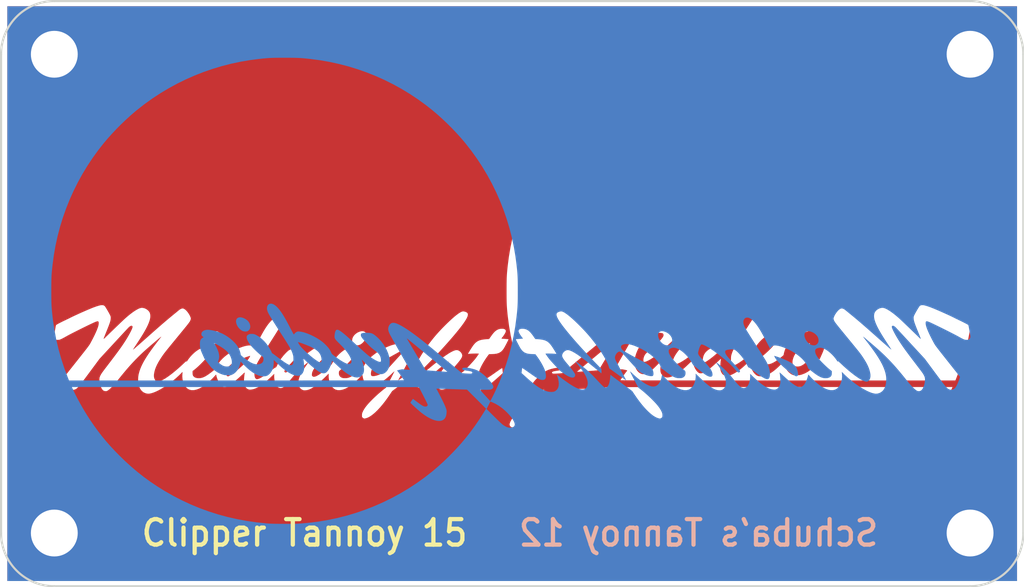
<source format=kicad_pcb>
(kicad_pcb (version 20211014) (generator pcbnew)

  (general
    (thickness 1.6)
  )

  (paper "A4")
  (layers
    (0 "F.Cu" signal)
    (31 "B.Cu" signal)
    (32 "B.Adhes" user "B.Adhesive")
    (33 "F.Adhes" user "F.Adhesive")
    (34 "B.Paste" user)
    (35 "F.Paste" user)
    (36 "B.SilkS" user "B.Silkscreen")
    (37 "F.SilkS" user "F.Silkscreen")
    (38 "B.Mask" user)
    (39 "F.Mask" user)
    (40 "Dwgs.User" user "User.Drawings")
    (41 "Cmts.User" user "User.Comments")
    (42 "Eco1.User" user "User.Eco1")
    (43 "Eco2.User" user "User.Eco2")
    (44 "Edge.Cuts" user)
    (45 "Margin" user)
    (46 "B.CrtYd" user "B.Courtyard")
    (47 "F.CrtYd" user "F.Courtyard")
    (48 "B.Fab" user)
    (49 "F.Fab" user)
    (50 "User.1" user)
    (51 "User.2" user)
    (52 "User.3" user)
    (53 "User.4" user)
    (54 "User.5" user)
    (55 "User.6" user)
    (56 "User.7" user)
    (57 "User.8" user)
    (58 "User.9" user)
  )

  (setup
    (stackup
      (layer "F.SilkS" (type "Top Silk Screen"))
      (layer "F.Paste" (type "Top Solder Paste"))
      (layer "F.Mask" (type "Top Solder Mask") (thickness 0.01))
      (layer "F.Cu" (type "copper") (thickness 0.035))
      (layer "dielectric 1" (type "core") (thickness 1.51) (material "FR4") (epsilon_r 4.5) (loss_tangent 0.02))
      (layer "B.Cu" (type "copper") (thickness 0.035))
      (layer "B.Mask" (type "Bottom Solder Mask") (thickness 0.01))
      (layer "B.Paste" (type "Bottom Solder Paste"))
      (layer "B.SilkS" (type "Bottom Silk Screen"))
      (copper_finish "None")
      (dielectric_constraints no)
    )
    (pad_to_mask_clearance 0)
    (pcbplotparams
      (layerselection 0x00010fc_ffffffff)
      (disableapertmacros false)
      (usegerberextensions false)
      (usegerberattributes true)
      (usegerberadvancedattributes true)
      (creategerberjobfile true)
      (svguseinch false)
      (svgprecision 6)
      (excludeedgelayer true)
      (plotframeref false)
      (viasonmask false)
      (mode 1)
      (useauxorigin false)
      (hpglpennumber 1)
      (hpglpenspeed 20)
      (hpglpendiameter 15.000000)
      (dxfpolygonmode true)
      (dxfimperialunits true)
      (dxfusepcbnewfont true)
      (psnegative false)
      (psa4output false)
      (plotreference true)
      (plotvalue true)
      (plotinvisibletext false)
      (sketchpadsonfab false)
      (subtractmaskfromsilk false)
      (outputformat 1)
      (mirror false)
      (drillshape 1)
      (scaleselection 1)
      (outputdirectory "")
    )
  )

  (net 0 "")

  (footprint "MountingHole:MountingHole_2.2mm_M2_DIN965_Pad_TopBottom" (layer "F.Cu") (at 142.75 74))

  (footprint "KrAd:midnightaudio27neg" (layer "F.Cu") (at 121.25 85.25))

  (footprint "MountingHole:MountingHole_2.2mm_M2_DIN965_Pad_TopBottom" (layer "F.Cu") (at 99.75 96.5))

  (footprint "MountingHole:MountingHole_2.2mm_M2_DIN965_Pad_TopBottom" (layer "F.Cu") (at 142.75 96.5))

  (footprint "MountingHole:MountingHole_2.2mm_M2_DIN965_Pad_TopBottom" (layer "F.Cu") (at 99.75 74))

  (footprint "KrAd:midnightaudio27neg" (layer "B.Cu")
    (tedit 0) (tstamp 4a89eff3-0fda-411a-b65e-d16ddff0add4)
    (at 121.25 85.25 180)
    (attr board_only exclude_from_pos_files exclude_from_bom)
    (fp_text reference "G***" (at 0 0) (layer "B.SilkS") hide
      (effects (font (size 1.524 1.524) (thickness 0.3)) (justify mirror))
      (tstamp bf45aef5-c952-40f9-b861-7792baa7214d)
    )
    (fp_text value "LOGO" (at 0.75 0) (layer "B.SilkS") hide
      (effects (font (size 1.524 1.524) (thickness 0.3)) (justify mirror))
      (tstamp 7147341f-acb9-47cf-8537-efc5285a89d4)
    )
    (fp_poly (pts
        (xy 12.837573 -1.118822)
        (xy 12.889379 -1.14028)
        (xy 12.928506 -1.174372)
        (xy 12.954518 -1.219875)
        (xy 12.966981 -1.275566)
        (xy 12.965462 -1.340222)
        (xy 12.949526 -1.412619)
        (xy 12.918737 -1.491534)
        (xy 12.912891 -1.503696)
        (xy 12.877639 -1.56233)
        (xy 12.83106 -1.621059)
        (xy 12.777724 -1.675178)
        (xy 12.722202 -1.71998)
        (xy 12.676055 -1.747536)
        (xy 12.621429 -1.767377)
        (xy 12.561602 -1.778439)
        (xy 12.502606 -1.780321)
        (xy 12.450475 -1.77262)
        (xy 12.426954 -1.764172)
        (xy 12.374751 -1.730019)
        (xy 12.335936 -1.684411)
        (xy 12.310648 -1.629731)
        (xy 12.299024 -1.568358)
        (xy 12.301204 -1.502673)
        (xy 12.317327 -1.435057)
        (xy 12.347531 -1.36789)
        (xy 12.391954 -1.303553)
        (xy 12.39959 -1.294594)
        (xy 12.454925 -1.241649)
        (xy 12.521234 -1.194759)
        (xy 12.593871 -1.156201)
        (xy 12.668189 -1.128256)
        (xy 12.739542 -1.113201)
        (xy 12.773521 -1.111221)
      ) (layer "B.Cu") (width 0) (fill solid) (tstamp 132ae074-29db-4f7c-b254-c5a086f1ecc8))
    (fp_poly (pts
        (xy 23.704751 -13.504525)
        (xy -23.704751 -13.504525)
        (xy -23.704751 -6.126682)
        (xy -0.120513 -6.126682)
        (xy -0.120435 -6.172376)
        (xy -0.120417 -6.172472)
        (xy -0.1035 -6.214844)
        (xy -0.072465 -6.251184)
        (xy -0.032337 -6.276209)
        (xy -0.016895 -6.281363)
        (xy 0.042862 -6.294889)
        (xy 0.091785 -6.30079)
        (xy 0.136523 -6.299271)
        (xy 0.183724 -6.290536)
        (xy 0.194396 -6.28785)
        (xy 0.266088 -6.262872)
        (xy 0.34378 -6.223406)
        (xy 0.429372 -6.168485)
        (xy 0.430995 -6.16735)
        (xy 0.456273 -6.147426)
        (xy 0.493968 -6.114498)
        (xy 0.543225 -6.069374)
        (xy 0.603188 -6.012861)
        (xy 0.673001 -5.945769)
        (xy 0.75181 -5.868904)
        (xy 0.838758 -5.783074)
        (xy 0.854573 -5.767365)
        (xy 1.206318 -5.41768)
        (xy 1.199559 -5.406599)
        (xy 1.226542 -5.406599)
        (xy 1.322741 -5.564631)
        (xy 1.523956 -5.882179)
        (xy 1.739482 -6.197862)
        (xy 1.965271 -6.505954)
        (xy 2.196799 -6.800151)
        (xy 2.38309 -7.020936)
        (xy 2.583848 -7.245259)
        (xy 2.795686 -7.469733)
        (xy 3.015212 -7.690968)
        (xy 3.239038 -7.905572)
        (xy 3.463773 -8.110158)
        (xy 3.686028 -8.301335)
        (xy 3.754449 -8.357801)
        (xy 4.113557 -8.638752)
        (xy 4.483271 -8.903915)
        (xy 4.863017 -9.153049)
        (xy 5.252225 -9.385916)
        (xy 5.650322 -9.602273)
        (xy 6.056735 -9.801881)
        (xy 6.470893 -9.984499)
        (xy 6.892223 -10.149887)
        (xy 7.320153 -10.297805)
        (xy 7.75411 -10.428012)
        (xy 8.193523 -10.540267)
        (xy 8.637819 -10.634331)
        (xy 9.086426 -10.709963)
        (xy 9.472322 -10.759758)
        (xy 9.576196 -10.770558)
        (xy 9.693779 -10.781538)
        (xy 9.819635 -10.792251)
        (xy 9.948328 -10.802251)
        (xy 10.074422 -10.811089)
        (xy 10.166704 -10.816846)
        (xy 10.186943 -10.817429)
        (xy 10.224381 -10.817894)
        (xy 10.277062 -10.818236)
        (xy 10.34303 -10.818452)
        (xy 10.420331 -10.818541)
        (xy 10.507007 -10.818498)
        (xy 10.601103 -10.818321)
        (xy 10.700664 -10.818008)
        (xy 10.765309 -10.817739)
        (xy 10.890466 -10.817068)
        (xy 10.998785 -10.816237)
        (xy 11.092585 -10.815177)
        (xy 11.174182 -10.813822)
        (xy 11.245896 -10.812103)
        (xy 11.310042 -10.809954)
        (xy 11.36894 -10.807307)
        (xy 11.424906 -10.804095)
        (xy 11.480259 -10.80025)
        (xy 11.537316 -10.795704)
        (xy 11.545001 -10.795057)
        (xy 12.012967 -10.746281)
        (xy 12.473471 -10.679876)
        (xy 12.926632 -10.595804)
        (xy 13.372573 -10.494025)
        (xy 13.811414 -10.374502)
        (xy 14.243275 -10.237195)
        (xy 14.668279 -10.082066)
        (xy 15.086546 -9.909076)
        (xy 15.498198 -9.718186)
        (xy 15.903354 -9.509358)
        (xy 16.302137 -9.282553)
        (xy 16.333065 -9.264052)
        (xy 16.667344 -9.055671)
        (xy 16.987895 -8.83981)
        (xy 17.297244 -8.614488)
        (xy 17.59792 -8.377724)
        (xy 17.89245 -8.127538)
        (xy 18.183363 -7.861948)
        (xy 18.437534 -7.61476)
        (xy 18.662791 -7.38422)
        (xy 18.873089 -7.157672)
        (xy 19.071166 -6.931774)
        (xy 19.259761 -6.703185)
        (xy 19.441611 -6.468563)
        (xy 19.619454 -6.224568)
        (xy 19.796028 -5.967858)
        (xy 19.834743 -5.909697)
        (xy 19.95165 -5.728515)
        (xy 20.06914 -5.537714)
        (xy 20.185207 -5.340892)
        (xy 20.297847 -5.141643)
        (xy 20.405054 -4.943563)
        (xy 20.504825 -4.750249)
        (xy 20.595154 -4.565296)
        (xy 20.647871 -4.451226)
        (xy 20.677003 -4.386577)
        (xy 12.586861 -4.387696)
        (xy 12.193368 -4.387758)
        (xy 11.804441 -4.387833)
        (xy 11.420526 -4.387921)
        (xy 11.042067 -4.388021)
        (xy 10.669512 -4.388134)
        (xy 10.303305 -4.388259)
        (xy 9.943891 -4.388395)
        (xy 9.591718 -4.388542)
        (xy 9.247229 -4.3887)
        (xy 8.910871 -4.388868)
        (xy 8.58309 -4.389045)
        (xy 8.264331 -4.389233)
        (xy 7.955039 -4.389429)
        (xy 7.65566 -4.389634)
        (xy 7.366641 -4.389848)
        (xy 7.088425 -4.390069)
        (xy 6.82146 -4.390298)
        (xy 6.566191 -4.390534)
        (xy 6.323062 -4.390777)
        (xy 6.092521 -4.391026)
        (xy 5.875011 -4.391281)
        (xy 5.67098 -4.391541)
        (xy 5.480873 -4.391807)
        (xy 5.305135 -4.392077)
        (xy 5.144211 -4.392352)
        (xy 4.998549 -4.39263)
        (xy 4.868592 -4.392913)
        (xy 4.754787 -4.393198)
        (xy 4.657579 -4.393487)
        (xy 4.577414 -4.393777)
        (xy 4.514738 -4.39407)
        (xy 4.469995 -4.394364)
        (xy 4.443633 -4.39466)
        (xy 4.436217 -4.394879)
        (xy 4.375715 -4.400943)
        (xy 4.170437 -4.800895)
        (xy 4.128782 -4.882564)
        (xy 4.089962 -4.959668)
        (xy 4.054843 -5.03041)
        (xy 4.024296 -5.092993)
        (xy 3.999188 -5.145621)
        (xy 3.980388 -5.186498)
        (xy 3.968765 -5.213826)
        (xy 3.965158 -5.225444)
        (xy 3.972486 -5.250008)
        (xy 3.991431 -5.276276)
        (xy 3.993154 -5.278037)
        (xy 4.011631 -5.294129)
        (xy 4.03047 -5.302557)
        (xy 4.056928 -5.305698)
        (xy 4.078657 -5.306034)
        (xy 4.101572 -5.305039)
        (xy 4.124631 -5.301475)
        (xy 4.149244 -5.294472)
        (xy 4.176819 -5.28316)
        (xy 4.208765 -5.266669)
        (xy 4.246492 -5.244129)
        (xy 4.291407 -5.21467)
        (xy 4.344921 -5.177422)
        (xy 4.408441 -5.131516)
        (xy 4.483377 -5.076081)
        (xy 4.571137 -5.010247)
        (xy 4.63143 -4.964716)
        (xy 4.660787 -4.942509)
        (xy 4.720024 -5.02799)
        (xy 4.744145 -5.063579)
        (xy 4.763533 -5.093673)
        (xy 4.775919 -5.114653)
        (xy 4.779261 -5.122437)
        (xy 4.772289 -5.13382)
        (xy 4.752596 -5.155977)
        (xy 4.722017 -5.187225)
        (xy 4.682386 -5.225884)
        (xy 4.635536 -5.270273)
        (xy 4.583301 -5.318711)
        (xy 4.527516 -5.369518)
        (xy 4.470015 -5.421012)
        (xy 4.412632 -5.471514)
        (xy 4.3572 -5.519342)
        (xy 4.305555 -5.562814)
        (xy 4.259529 -5.600252)
        (xy 4.247699 -5.609579)
        (xy 4.121974 -5.702557)
        (xy 3.999591 -5.782573)
        (xy 3.881374 -5.849439)
        (xy 3.768143 -5.902967)
        (xy 3.66072 -5.942967)
        (xy 3.559927 -5.969252)
        (xy 3.466585 -5.981633)
        (xy 3.381516 -5.97992)
        (xy 3.305541 -5.963927)
        (xy 3.239483 -5.933463)
        (xy 3.184161 -5.88834)
        (xy 3.160093 -5.859273)
        (xy 3.12854 -5.805468)
        (xy 3.105283 -5.741442)
        (xy 3.089366 -5.664105)
        (xy 3.082943 -5.610042)
        (xy 3.078851 -5.561828)
        (xy 3.077418 -5.526679)
        (xy 3.079018 -5.498641)
        (xy 3.084023 -5.471762)
        (xy 3.092807 -5.440087)
        (xy 3.093808 -5.436759)
        (xy 3.105984 -5.400267)
        (xy 3.123523 -5.352656)
        (xy 3.144002 -5.30031)
        (xy 3.163401 -5.253356)
        (xy 3.181773 -5.212141)
        (xy 3.207576 -5.156994)
        (xy 3.239304 -5.090925)
        (xy 3.275453 -5.016946)
        (xy 3.314519 -4.938068)
        (xy 3.354997 -4.857304)
        (xy 3.395383 -4.777664)
        (xy 3.434172 -4.70216)
        (xy 3.469861 -4.633804)
        (xy 3.500944 -4.575606)
        (xy 3.512668 -4.554186)
        (xy 3.532271 -4.518205)
        (xy 3.547584 -4.489112)
        (xy 3.55674 -4.470516)
        (xy 3.55847 -4.465652)
        (xy 3.548843 -4.465581)
        (xy 3.521557 -4.466106)
        (xy 3.478098 -4.467183)
        (xy 3.419952 -4.468769)
        (xy 3.348603 -4.470821)
        (xy 3.265539 -4.473294)
        (xy 3.172244 -4.476145)
        (xy 3.070205 -4.47933)
        (xy 2.960906 -4.482806)
        (xy 2.845835 -4.48653)
        (xy 2.83952 -4.486736)
        (xy 2.122411 -4.510156)
        (xy 1.674477 -4.958377)
        (xy 1.226542 -5.406599)
        (xy 1.199559 -5.406599)
        (xy 1.188333 -5.388195)
        (xy 1.178049 -5.369804)
        (xy 1.161134 -5.337841)
        (xy 1.139454 -5.295904)
        (xy 1.114875 -5.24759)
        (xy 1.097588 -5.213191)
        (xy 1.024827 -5.067671)
        (xy 0.955381 -5.09608)
        (xy 0.788127 -5.174174)
        (xy 0.626476 -5.269453)
        (xy 0.469749 -5.38239)
        (xy 0.317267 -5.513457)
        (xy 0.224313 -5.604285)
        (xy 0.144491 -5.689994)
        (xy 0.073322 -5.774538)
        (xy 0.011727 -5.8564)
        (xy -0.039375 -5.934062)
        (xy -0.079063 -6.006008)
        (xy -0.106416 -6.07072)
        (xy -0.120513 -6.126682)
        (xy -23.704751 -6.126682)
        (xy -23.704751 -2.019839)
        (xy -21.514434 -2.019839)
        (xy -21.513914 -2.050492)
        (xy -21.509641 -2.074358)
        (xy -21.501636 -2.093832)
        (xy -21.489916 -2.111312)
        (xy -21.481279 -2.121646)
        (xy -21.449803 -2.149482)
        (xy -21.412142 -2.166111)
        (xy -21.364332 -2.172701)
        (xy -21.313126 -2.171314)
        (xy -21.288552 -2.169025)
        (xy -21.265614 -2.165482)
        (xy -21.242218 -2.159749)
        (xy -21.216271 -2.150894)
        (xy -21.185679 -2.13798)
        (xy -21.14835 -2.120075)
        (xy -21.10219 -2.096244)
        (xy -21.045107 -2.065551)
        (xy -20.975006 -2.027065)
        (xy -20.912859 -1.992649)
        (xy -20.851962 -1.959536)
        (xy -20.776156 -1.919412)
        (xy -20.68784 -1.87348)
        (xy -20.58941 -1.82294)
        (xy -20.483264 -1.768994)
        (xy -20.371798 -1.712844)
        (xy -20.257412 -1.655692)
        (xy -20.142501 -1.598738)
        (xy -20.029463 -1.543185)
        (xy -19.920696 -1.490235)
        (xy -19.818597 -1.441088)
        (xy -19.725564 -1.396946)
        (xy -19.706138 -1.387833)
        (xy -19.627635 -1.351834)
        (xy -19.564379 -1.324982)
        (xy -19.514769 -1.307313)
        (xy -19.477203 -1.298862)
        (xy -19.450078 -1.299663)
        (xy -19.431793 -1.309754)
        (xy -19.420745 -1.329169)
        (xy -19.415333 -1.357945)
        (xy -19.413952 -1.394312)
        (xy -19.419562 -1.453723)
        (xy -19.436428 -1.527471)
        (xy -19.4646 -1.61568)
        (xy -19.504131 -1.718474)
        (xy -19.555072 -1.83598)
        (xy -19.617474 -1.968321)
        (xy -19.691389 -2.115621)
        (xy -19.776869 -2.278006)
        (xy -19.789108 -2.300739)
        (xy -19.802107 -2.324595)
        (xy -19.814871 -2.347286)
        (xy -19.828194 -2.369865)
        (xy -19.842865 -2.393385)
        (xy -19.859676 -2.418899)
        (xy -19.879418 -2.447459)
        (xy -19.902882 -2.480118)
        (xy -19.930858 -2.51793)
        (xy -19.964139 -2.561946)
        (xy -20.003515 -2.613221)
        (xy -20.049777 -2.672805)
        (xy -20.103717 -2.741754)
        (xy -20.166125 -2.821118)
        (xy -20.237792 -2.911952)
        (xy -20.31951 -3.015307)
        (xy -20.41207 -3.132238)
        (xy -20.447594 -3.177096)
        (xy -21.029998 -3.912482)
        (xy -20.992163 -4.022625)
        (xy -20.951457 -4.135514)
        (xy -20.912663 -4.2309)
        (xy -20.874915 -4.310231)
        (xy -20.837347 -4.374958)
        (xy -20.799094 -4.426529)
        (xy -20.759289 -4.466394)
        (xy -20.717067 -4.496002)
        (xy -20.705729 -4.502126)
        (xy -20.657027 -4.517224)
        (xy -20.600441 -4.518915)
        (xy -20.541477 -4.507484)
        (xy -20.501134 -4.491529)
        (xy -20.482247 -4.481187)
        (xy -20.462575 -4.468014)
        (xy -20.44134 -4.451065)
        (xy -20.417764 -4.429396)
        (xy -20.391069 -4.40206)
        (xy -20.360477 -4.368115)
        (xy -20.325212 -4.326615)
        (xy -20.284495 -4.276615)
        (xy -20.237548 -4.217171)
        (xy -20.183595 -4.147338)
        (xy -20.121856 -4.066171)
        (xy -20.051556 -3.972725)
        (xy -19.971915 -3.866056)
        (xy -19.882156 -3.745219)
        (xy -19.840307 -3.688737)
        (xy -19.376757 -3.06273)
        (xy -18.708695 -2.338284)
        (xy -18.615751 -2.237547)
        (xy -18.525831 -2.140189)
        (xy -18.439865 -2.047211)
        (xy -18.358783 -1.959612)
        (xy -18.283512 -1.878395)
        (xy -18.214983 -1.804558)
        (xy -18.154124 -1.739102)
        (xy -18.101864 -1.683029)
        (xy -18.059134 -1.637338)
        (xy -18.026861 -1.603031)
        (xy -18.005974 -1.581106)
        (xy -17.998577 -1.573616)
        (xy -17.967436 -1.548083)
        (xy -17.933223 -1.526256)
        (xy -17.914426 -1.517317)
        (xy -17.887804 -1.508045)
        (xy -17.870929 -1.506331)
        (xy -17.855923 -1.512235)
        (xy -17.847028 -1.51782)
        (xy -17.831709 -1.529916)
        (xy -17.825502 -1.543933)
        (xy -17.826134 -1.567017)
        (xy -17.827596 -1.578908)
        (xy -17.83617 -1.612716)
        (xy -17.854292 -1.660479)
        (xy -17.880919 -1.720192)
        (xy -17.915006 -1.789852)
        (xy -17.955507 -1.867453)
        (xy -18.001379 -1.950991)
        (xy -18.051577 -2.038462)
        (xy -18.105056 -2.127862)
        (xy -18.157753 -2.212444)
        (xy -18.202847 -2.282608)
        (xy -18.24887 -2.352604)
        (xy -18.296844 -2.423844)
        (xy -18.34779 -2.497744)
        (xy -18.402733 -2.575717)
        (xy -18.462693 -2.659178)
        (xy -18.528695 -2.74954)
        (xy -18.60176 -2.848219)
        (xy -18.68291 -2.956627)
        (xy -18.773169 -3.07618)
        (xy -18.873558 -3.208291)
        (xy -18.954134 -3.313877)
        (xy -19.02602 -3.408005)
        (xy -19.087256 -3.488408)
        (xy -19.138873 -3.556546)
        (xy -19.181901 -3.613874)
        (xy -19.217371 -3.661851)
        (xy -19.246315 -3.701934)
        (xy -19.269763 -3.735581)
        (xy -19.288746 -3.764248)
        (xy -19.304295 -3.789395)
        (xy -19.31744 -3.812477)
        (xy -19.329214 -3.834954)
        (xy -19.340646 -3.858281)
        (xy -19.343673 -3.864632)
        (xy -19.362602 -3.907194)
        (xy -19.374032 -3.942178)
        (xy -19.380204 -3.978499)
        (xy -19.383223 -4.022047)
        (xy -19.380873 -4.109549)
        (xy -19.367309 -4.203013)
        (xy -19.344036 -4.296714)
        (xy -19.312559 -4.384928)
        (xy -19.274384 -4.461928)
        (xy -19.262623 -4.480816)
        (xy -19.223914 -4.530126)
        (xy -19.182679 -4.56224)
        (xy -19.135676 -4.579102)
        (xy -19.092435 -4.582919)
        (xy -19.061495 -4.582057)
        (xy -19.037707 -4.577935)
        (xy -19.014669 -4.568247)
        (xy -18.985976 -4.550687)
        (xy -18.966584 -4.537603)
        (xy -18.914896 -4.497636)
        (xy -18.853976 -4.442274)
        (xy -18.784671 -4.372413)
        (xy -18.707822 -4.288951)
        (xy -18.624276 -4.192783)
        (xy -18.534877 -4.084806)
        (xy -18.504101 -4.046569)
        (xy -18.381885 -3.894655)
        (xy -18.269013 -3.756462)
        (xy -18.163794 -3.630055)
        (xy -18.064537 -3.513498)
        (xy -17.969549 -3.404857)
        (xy -17.877138 -3.302197)
        (xy -17.785614 -3.203581)
        (xy -17.693283 -3.107075)
        (xy -17.599159 -3.011451)
        (xy -17.52998 -2.94256)
        (xy -17.463955 -2.877917)
        (xy -17.398994 -2.815617)
        (xy -17.333002 -2.753755)
        (xy -17.263887 -2.690426)
        (xy -17.189556 -2.623725)
        (xy -17.107917 -2.551746)
        (xy -17.016877 -2.472585)
        (xy -16.914343 -2.384336)
        (xy -16.847135 -2.326829)
        (xy -16.764999 -2.25669)
        (xy -16.696216 -2.19801)
        (xy -16.639583 -2.149795)
        (xy -16.593899 -2.111051)
        (xy -16.557962 -2.080782)
        (xy -16.530571 -2.057993)
        (xy -16.510524 -2.041689)
        (xy -16.49662 -2.030875)
        (xy -16.487657 -2.024557)
        (xy -16.482433 -2.02174)
        (xy -16.479748 -2.021428)
        (xy -16.478937 -2.021944)
        (xy -16.483173 -2.030439)
        (xy -16.497503 -2.051401)
        (xy -16.520092 -2.082308)
        (xy -16.549103 -2.120637)
        (xy -16.575885 -2.15518)
        (xy -16.715818 -2.335981)
        (xy -16.842649 -2.504393)
        (xy -16.956983 -2.66141)
        (xy -17.059425 -2.808025)
        (xy -17.150579 -2.945229)
        (xy -17.231052 -3.074017)
        (xy -17.301447 -3.195381)
        (xy -17.36237 -3.310313)
        (xy -17.414425 -3.419806)
        (xy -17.458219 -3.524853)
        (xy -17.494355 -3.626448)
        (xy -17.5159 -3.697763)
        (xy -17.540266 -3.794711)
        (xy -17.55577 -3.882414)
        (xy -17.563284 -3.968123)
        (xy -17.56368 -4.059092)
        (xy -17.562639 -4.086398)
        (xy -17.55075 -4.213378)
        (xy -17.527323 -4.325438)
        (xy -17.492179 -4.42308)
        (xy -17.445137 -4.506809)
        (xy -17.389158 -4.574029)
        (xy -17.31878 -4.63136)
        (xy -17.240178 -4.672208)
        (xy -17.155583 -4.695757)
        (xy -17.06723 -4.701191)
        (xy -17.045393 -4.699679)
        (xy -16.961508 -4.685213)
        (xy -16.866625 -4.657266)
        (xy -16.762305 -4.616819)
        (xy -16.650108 -4.564855)
        (xy -16.531596 -4.502355)
        (xy -16.408329 -4.430301)
        (xy -16.281869 -4.349675)
        (xy -16.153777 -4.26146)
        (xy -16.025614 -4.166636)
        (xy -15.898941 -4.066186)
        (xy -15.775318 -3.961091)
        (xy -15.656307 -3.852335)
        (xy -15.579926 -3.777905)
        (xy -15.476404 -3.674256)
        (xy -15.484149 -3.750269)
        (xy -15.490415 -3.88838)
        (xy -15.480009 -4.017725)
        (xy -15.452773 -4.139245)
        (xy -15.408548 -4.253881)
        (xy -15.394894 -4.281428)
        (xy -15.341935 -4.366837)
        (xy -15.280637 -4.435102)
        (xy -15.211254 -4.4862)
        (xy -15.134039 -4.520106)
        (xy -15.049246 -4.536796)
        (xy -14.95713 -4.536246)
        (xy -14.857944 -4.518433)
        (xy -14.751943 -4.483332)
        (xy -14.63938 -4.430919)
        (xy -14.524548 -4.363761)
        (xy -14.446154 -4.309631)
        (xy -14.360194 -4.243272)
        (xy -14.270354 -4.167955)
        (xy -14.180325 -4.08695)
        (xy -14.093796 -4.003526)
        (xy -14.014453 -3.920955)
        (xy -13.973831 -3.875494)
        (xy -13.946924 -3.845021)
        (xy -13.924584 -3.820819)
        (xy -13.909777 -3.806041)
        (xy -13.905617 -3.802982)
        (xy -13.900651 -3.811041)
        (xy -13.895158 -3.832087)
        (xy -13.893192 -3.843043)
        (xy -13.883601 -3.886104)
        (xy -13.867342 -3.940974)
        (xy -13.846323 -4.002335)
        (xy -13.822454 -4.06487)
        (xy -13.797644 -4.12326)
        (xy -13.77763 -4.164913)
        (xy -13.728846 -4.247399)
        (xy -13.677284 -4.311331)
        (xy -13.622545 -4.357164)
        (xy -13.594927 -4.372916)
        (xy -13.560541 -4.387972)
        (xy -13.532297 -4.394497)
        (xy -13.500257 -4.394364)
        (xy -13.4874 -4.393203)
        (xy -13.437888 -4.383167)
        (xy -13.381603 -4.362161)
        (xy -13.317896 -4.329723)
        (xy -13.246122 -4.285388)
        (xy -13.165632 -4.228695)
        (xy -13.075779 -4.15918)
        (xy -12.975918 -4.076379)
        (xy -12.8654 -3.97983)
        (xy -12.743578 -3.86907)
        (xy -12.704789 -3.833056)
        (xy -12.661497 -3.792939)
        (xy -12.623146 -3.757883)
        (xy -12.59185 -3.729781)
        (xy -12.569722 -3.710526)
        (xy -12.558879 -3.70201)
        (xy -12.558168 -3.70179)
        (xy -12.558325 -3.711756)
        (xy -12.561067 -3.736579)
        (xy -12.565898 -3.772209)
        (xy -12.570613 -3.803698)
        (xy -12.578691 -3.865093)
        (xy -12.585136 -3.93263)
        (xy -12.589786 -4.002174)
        (xy -12.59248 -4.069594)
        (xy -12.59306 -4.130758)
        (xy -12.591363 -4.181533)
        (xy -12.587228 -4.217786)
        (xy -12.586798 -4.219887)
        (xy -12.561138 -4.307615)
        (xy -12.525169 -4.380779)
        (xy -12.479411 -4.438617)
        (xy -12.424384 -4.480365)
        (xy -12.401194 -4.491834)
        (xy -12.37271 -4.502768)
        (xy -12.346602 -4.508633)
        (xy -12.315952 -4.510292)
        (xy -12.273843 -4.50861)
        (xy -12.269219 -4.508322)
        (xy -12.179378 -4.494859)
        (xy -12.083035 -4.465347)
        (xy -11.979934 -4.419623)
        (xy -11.869817 -4.357524)
        (xy -11.752426 -4.278888)
        (xy -11.627505 -4.183553)
        (xy -11.494796 -4.071355)
        (xy -11.354041 -3.942131)
        (xy -11.316026 -3.905657)
        (xy -11.172361 -3.766644)
        (xy -11.175718 -3.846266)
        (xy -11.173897 -3.952783)
        (xy -11.160396 -4.060439)
        (xy -11.136306 -4.163265)
        (xy -11.102721 -4.255287)
        (xy -11.099627 -4.262067)
        (xy -11.060688 -4.329445)
        (xy -11.014418 -4.381342)
        (xy -10.962354 -4.417073)
        (xy -10.906037 -4.435956)
        (xy -10.847005 -4.437307)
        (xy -10.786796 -4.420445)
        (xy -10.765917 -4.410216)
        (xy -10.721044 -4.380071)
        (xy -10.667412 -4.334097)
        (xy -10.605794 -4.273081)
        (xy -10.536959 -4.197809)
        (xy -10.461679 -4.109068)
        (xy -10.418877 -4.056147)
        (xy -10.300872 -3.91169)
        (xy -10.187901 -3.781282)
        (xy -10.076889 -3.66162)
        (xy -9.964761 -3.549397)
        (xy -9.848442 -3.441309)
        (xy -9.838178 -3.432131)
        (xy -9.794546 -3.39399)
        (xy -9.748964 -3.355465)
        (xy -9.703858 -3.31846)
        (xy -9.661654 -3.284879)
        (xy -9.624777 -3.256627)
        (xy -9.595653 -3.235608)
        (xy -9.576708 -3.223727)
        (xy -9.570561 -3.222024)
        (xy -9.574443 -3.230838)
        (xy -9.58789 -3.252806)
        (xy -9.609313 -3.285512)
        (xy -9.63712 -3.326539)
        (xy -9.669724 -3.373468)
        (xy -9.676248 -3.382736)
        (xy -9.74965 -3.488666)
        (xy -9.81178 -3.582662)
        (xy -9.864019 -3.667173)
        (xy -9.90775 -3.744644)
        (xy -9.944355 -3.817524)
        (xy -9.975215 -3.888259)
        (xy -10.001437 -3.958493)
        (xy -10.01422 -3.997082)
        (xy -10.022827 -4.028806)
        (xy -10.02808 -4.059392)
        (xy -10.0308 -4.094567)
        (xy -10.03181 -4.140058)
        (xy -10.031933 -4.171079)
        (xy -10.03154 -4.225656)
        (xy -10.029844 -4.265856)
        (xy -10.026271 -4.296441)
        (xy -10.02025 -4.322176)
        (xy -10.011208 -4.347825)
        (xy -10.010473 -4.349675)
        (xy -9.974862 -4.41528)
        (xy -9.925679 -4.471034)
        (xy -9.866476 -4.513037)
        (xy -9.857484 -4.51765)
        (xy -9.825296 -4.531912)
        (xy -9.79664 -4.5399)
        (xy -9.763584 -4.543169)
        (xy -9.726132 -4.543399)
        (xy -9.661021 -4.538121)
        (xy -9.593823 -4.523619)
        (xy -9.523557 -4.499248)
        (xy -9.449243 -4.464365)
        (xy -9.3699 -4.418325)
        (xy -9.284548 -4.360486)
        (xy -9.192206 -4.290204)
        (xy -9.091894 -4.206835)
        (xy -8.982631 -4.109735)
        (xy -8.863437 -3.998262)
        (xy -8.794817 -3.932076)
        (xy -8.615121 -3.757132)
        (xy -8.618536 -3.843808)
        (xy -8.615913 -3.942818)
        (xy -8.601442 -4.045643)
        (xy -8.576476 -4.146612)
        (xy -8.542369 -4.240055)
        (xy -8.507605 -4.30865)
        (xy -8.469505 -4.363106)
        (xy -8.422533 -4.415244)
        (xy -8.371191 -4.460908)
        (xy -8.319977 -4.495943)
        (xy -8.287997 -4.511394)
        (xy -8.205072 -4.533131)
        (xy -8.114658 -4.537815)
        (xy -8.017524 -4.525677)
        (xy -7.91444 -4.496949)
        (xy -7.806172 -4.451862)
        (xy -7.69349 -4.390648)
        (xy -7.577163 -4.313538)
        (xy -7.540151 -4.286192)
        (xy -7.457104 -4.219914)
        (xy -7.368532 -4.143197)
        (xy -7.280036 -4.061197)
        (xy -7.19722 -3.979066)
        (xy -7.140159 -3.918218)
        (xy -7.106355 -3.881075)
        (xy -7.077092 -3.849591)
        (xy -7.054728 -3.826252)
        (xy -7.041621 -3.813542)
        (xy -7.039313 -3.811946)
        (xy -7.03558 -3.820663)
        (xy -7.030156 -3.843848)
        (xy -7.024051 -3.877004)
        (xy -7.022366 -3.887408)
        (xy -7.000535 -3.988295)
        (xy -6.96863 -4.081463)
        (xy -6.927922 -4.16475)
        (xy -6.879684 -4.235997)
        (xy -6.825187 -4.293041)
        (xy -6.765705 -4.333722)
        (xy -6.757052 -4.337989)
        (xy -6.693103 -4.358615)
        (xy -6.620986 -4.365794)
        (xy -6.546551 -4.359133)
        (xy -6.522241 -4.353771)
        (xy -6.445873 -4.328386)
        (xy -6.35947 -4.289317)
        (xy -6.26494 -4.237858)
        (xy -6.164189 -4.175302)
        (xy -6.059124 -4.102945)
        (xy -5.95165 -4.022081)
        (xy -5.843674 -3.934004)
        (xy -5.737102 -3.840008)
        (xy -5.664182 -3.771211)
        (xy -5.623843 -3.732395)
        (xy -5.588117 -3.698669)
        (xy -5.55929 -3.672142)
        (xy -5.539652 -3.654919)
        (xy -5.531577 -3.649095)
        (xy -5.533756 -3.657218)
        (xy -5.543851 -3.680223)
        (xy -5.560812 -3.716066)
        (xy -5.583585 -3.762703)
        (xy -5.611121 -3.818091)
        (xy -5.642367 -3.880185)
        (xy -5.676271 -3.946942)
        (xy -5.711782 -4.016318)
        (xy -5.747848 -4.086268)
        (xy -5.783417 -4.154749)
        (xy -5.817438 -4.219716)
        (xy -5.84886 -4.279127)
        (xy -5.87663 -4.330937)
        (xy -5.899697 -4.373101)
        (xy -5.917009 -4.403577)
        (xy -5.927515 -4.42032)
        (xy -5.929649 -4.422768)
        (xy -6.011113 -4.483107)
        (xy -6.102146 -4.555387)
        (xy -6.199796 -4.637048)
        (xy -6.301115 -4.725532)
        (xy -6.403151 -4.818281)
        (xy -6.502956 -4.912736)
        (xy -6.566535 -4.975132)
        (xy -6.670645 -5.081539)
        (xy -6.760103 -5.178819)
        (xy -6.836136 -5.268563)
        (xy -6.89997 -5.352358)
        (xy -6.952832 -5.431793)
        (xy -6.995948 -5.508457)
        (xy -7.023332 -5.566722)
        (xy -7.03973 -5.608301)
        (xy -7.048955 -5.6435)
        (xy -7.052944 -5.681782)
        (xy -7.053657 -5.714825)
        (xy -7.053344 -5.754267)
        (xy -7.051081 -5.780051)
        (xy -7.045442 -5.797667)
        (xy -7.034999 -5.812606)
        (xy -7.025586 -5.822827)
        (xy -7.000253 -5.844042)
        (xy -6.97342 -5.859082)
        (xy -6.96812 -5.860928)
        (xy -6.947429 -5.867031)
        (xy -6.937206 -5.870211)
        (xy -6.937105 -5.870253)
        (xy -6.92751 -5.868926)
        (xy -6.904853 -5.864594)
        (xy -6.884427 -5.860379)
        (xy -6.802745 -5.834991)
        (xy -6.714729 -5.792372)
        (xy -6.621005 -5.733135)
        (xy -6.5222 -5.657896)
        (xy -6.41894 -5.567269)
        (xy -6.31185 -5.461868)
        (xy -6.201557 -5.342308)
        (xy -6.088687 -5.209203)
        (xy -5.973865 -5.063169)
        (xy -5.857718 -4.904819)
        (xy -5.746703 -4.743512)
        (xy -5.636463 -4.578464)
        (xy -5.124058 -4.195552)
        (xy -4.611652 -3.812641)
        (xy -4.599741 -3.947619)
        (xy -4.586165 -4.062457)
        (xy -4.567217 -4.16189)
        (xy -4.543167 -4.245453)
        (xy -4.514286 -4.312683)
        (xy -4.480846 -4.363117)
        (xy -4.443118 -4.39629)
        (xy -4.401372 -4.411739)
        (xy -4.355879 -4.409)
        (xy -4.334349 -4.401748)
        (xy -4.311242 -4.387732)
        (xy -4.27779 -4.36056)
        (xy -4.233699 -4.319942)
        (xy -4.178676 -4.265589)
        (xy -4.112428 -4.197213)
        (xy -4.034662 -4.114525)
        (xy -3.953245 -4.026167)
        (xy -3.787156 -3.851208)
        (xy -3.621184 -3.690361)
        (xy -3.450523 -3.539227)
        (xy -3.270367 -3.393407)
        (xy -3.2181 -3.353335)
        (xy -3.146375 -3.299248)
        (xy -3.088594 -3.256356)
        (xy -3.043706 -3.223929)
        (xy -3.010665 -3.201239)
        (xy -2.988422 -3.187557)
        (xy -2.975929 -3.182151)
        (xy -2.972667 -3.182587)
        (xy -2.976725 -3.191246)
        (xy -2.990943 -3.212148)
        (xy -3.013407 -3.242669)
        (xy -3.042206 -3.28018)
        (xy -3.062269 -3.305626)
        (xy -3.158962 -3.429128)
        (xy -3.242747 -3.540758)
        (xy -3.314463 -3.641981)
        (xy -3.37495 -3.734262)
        (xy -3.425048 -3.819068)
        (xy -3.465597 -3.897864)
        (xy -3.497437 -3.972115)
        (xy -3.521407 -4.043287)
        (xy -3.538348 -4.112847)
        (xy -3.544364 -4.146959)
        (xy -3.548918 -4.222602)
        (xy -3.539702 -4.294674)
        (xy -3.518021 -4.360482)
        (xy -3.485183 -4.417333)
        (xy -3.442493 -4.462534)
        (xy -3.391257 -4.493394)
        (xy -3.373193 -4.499823)
        (xy -3.313549 -4.509442)
        (xy -3.244304 -4.505258)
        (xy -3.165071 -4.487118)
        (xy -3.07546 -4.454871)
        (xy -2.975085 -4.408363)
        (xy -2.863556 -4.347442)
        (xy -2.740486 -4.271957)
        (xy -2.663708 -4.22147)
        (xy -2.620382 -4.191767)
        (xy -2.567147 -4.154357)
        (xy -2.507142 -4.111533)
        (xy -2.443503 -4.065585)
        (xy -2.379369 -4.018802)
        (xy -2.317876 -3.973476)
        (xy -2.262162 -3.931898)
        (xy -2.215366 -3.896357)
        (xy -2.180623 -3.869144)
        (xy -2.176402 -3.865723)
        (xy -2.145841 -3.841635)
        (xy -2.121052 -3.823677)
        (xy -2.10551 -3.814285)
        (xy -2.10215 -3.813662)
        (xy -2.102607 -3.824423)
        (xy -2.108456 -3.847807)
        (xy -2.117166 -3.874994)
        (xy -2.156161 -4.00317)
        (xy -2.180202 -4.120366)
        (xy -2.189301 -4.226403)
        (xy -2.183468 -4.321101)
        (xy -2.162716 -4.404284)
        (xy -2.127054 -4.475771)
        (xy -2.076496 -4.535386)
        (xy -2.074901 -4.536852)
        (xy -2.028583 -4.573679)
        (xy -1.981272 -4.598675)
        (xy -1.928105 -4.613454)
        (xy -1.86422 -4.619631)
        (xy -1.824548 -4.619971)
        (xy -1.750105 -4.615176)
        (xy -1.676511 -4.602035)
        (xy -1.599751 -4.579411)
        (xy -1.515812 -4.546168)
        (xy -1.441441 -4.511481)
        (xy -1.377953 -4.479067)
        (xy -1.315692 -4.444519)
        (xy -1.25329 -4.406779)
        (xy -1.189377 -4.364791)
        (xy -1.122587 -4.317498)
        (xy -1.051549 -4.263841)
        (xy -0.974897 -4.202765)
        (xy -0.891261 -4.133211)
        (xy -0.799273 -4.054124)
        (xy -0.697566 -3.964445)
        (xy -0.584769 -3.863117)
        (xy -0.486338 -3.773605)
        (xy -0.439147 -3.730506)
        (xy -0.450843 -3.620362)
        (xy -0.455983 -3.575648)
        (xy -0.461099 -3.53751)
        (xy -0.465565 -3.510252)
        (xy -0.468519 -3.498566)
        (xy -0.477967 -3.500686)
        (xy -0.50238 -3.514227)
        (xy -0.541479 -3.539007)
        (xy -0.594989 -3.574844)
        (xy -0.662632 -3.621556)
        (xy -0.744132 -3.678959)
        (xy -0.767647 -3.695677)
        (xy -0.871917 -3.769593)
        (xy -0.962341 -3.832816)
        (xy -1.040388 -3.886155)
        (xy -1.107529 -3.930423)
        (xy -1.165232 -3.966431)
        (xy -1.214968 -3.994988)
        (xy -1.258205 -4.016908)
        (xy -1.296414 -4.033)
        (xy -1.331064 -4.044075)
        (xy -1.363625 -4.050946)
        (xy -1.395565 -4.054422)
        (xy -1.419175 -4.055281)
        (xy -1.470296 -4.052956)
        (xy -1.507831 -4.042999)
        (xy -1.536612 -4.02304)
        (xy -1.561471 -3.990711)
        (xy -1.565951 -3.983313)
        (xy -1.579958 -3.944427)
        (xy -1.585916 -3.891554)
        (xy -1.584189 -3.827916)
        (xy -1.57514 -3.756736)
        (xy -1.559132 -3.681235)
        (xy -1.536529 -3.604636)
        (xy -1.517476 -3.553319)
        (xy -1.473198 -3.453991)
        (xy -1.417753 -3.345524)
        (xy -1.353674 -3.232168)
        (xy -1.283493 -3.118172)
        (xy -1.209741 -3.007787)
        (xy -1.134953 -2.905262)
        (xy -1.119221 -2.88496)
        (xy -1.087067 -2.84394)
        (xy -0.938613 -2.840381)
        (xy -0.82818 -2.834139)
        (xy -0.733371 -2.820346)
        (xy -0.651751 -2.797841)
        (xy -0.580884 -2.765462)
        (xy -0.518336 -2.722047)
        (xy -0.461671 -2.666436)
        (xy -0.408456 -2.597467)
        (xy -0.398517 -2.582731)
        (xy -0.381728 -2.555513)
        (xy -0.359741 -2.517163)
        (xy -0.334038 -2.470551)
        (xy -0.306104 -2.418546)
        (xy -0.277423 -2.364018)
        (xy -0.249478 -2.309837)
        (xy -0.223754 -2.258871)
        (xy -0.201735 -2.213991)
        (xy -0.184905 -2.178065)
        (xy -0.174747 -2.153964)
        (xy -0.172399 -2.145501)
        (xy -0.180992 -2.139722)
        (xy -0.202851 -2.135891)
        (xy -0.217893 -2.135107)
        (xy -0.245309 -2.133937)
        (xy -0.286235 -2.13128)
        (xy -0.335118 -2.127534)
        (xy -0.385935 -2.123135)
        (xy -0.508483 -2.111878)
        (xy -0.43586 -2.016101)
        (xy -0.389513 -1.95148)
        (xy -0.351129 -1.890844)
        (xy -0.322023 -1.836647)
        (xy -0.303512 -1.791343)
        (xy -0.29691 -1.757383)
        (xy -0.296908 -1.756952)
        (xy -0.305898 -1.719512)
        (xy -0.330692 -1.687472)
        (xy -0.368026 -1.664404)
        (xy -0.387215 -1.658109)
        (xy -0.450781 -1.648796)
        (xy -0.521368 -1.649444)
        (xy -0.589731 -1.659897)
        (xy -0.596754 -1.661648)
        (xy -0.657409 -1.681331)
        (xy -0.713966 -1.708503)
        (xy -0.76834 -1.744843)
        (xy -0.822444 -1.792028)
        (xy -0.878193 -1.851736)
        (xy -0.937499 -1.925646)
        (xy -1.002277 -2.015437)
        (xy -1.005465 -2.020042)
        (xy -1.083594 -2.133086)
        (xy -1.185896 -2.139659)
        (xy -1.302659 -2.14943)
        (xy -1.403021 -2.163342)
        (xy -1.489499 -2.182547)
        (xy -1.564611 -2.208195)
        (xy -1.630877 -2.241436)
        (xy -1.690813 -2.283421)
        (xy -1.746939 -2.335301)
        (xy -1.801772 -2.398224)
        (xy -1.828908 -2.433405)
        (xy -1.851025 -2.46436)
        (xy -1.878022 -2.5042)
        (xy -1.90828 -2.550305)
        (xy -1.940175 -2.600059)
        (xy -1.972087 -2.650841)
        (xy -2.002394 -2.700034)
        (xy -2.029475 -2.745019)
        (xy -2.051708 -2.783178)
        (xy -2.067472 -2.811891)
        (xy -2.075145 -2.828541)
        (xy -2.075433 -2.831531)
        (xy -2.064147 -2.832596)
        (xy -2.039103 -2.83065)
        (xy -2.005388 -2.826116)
        (xy -2.000084 -2.825269)
        (xy -1.975696 -2.82267)
        (xy -1.93821 -2.820351)
        (xy -1.890982 -2.818361)
        (xy -1.837365 -2.816747)
        (xy -1.780713 -2.815558)
        (xy -1.724379 -2.814842)
        (xy -1.671718 -2.814646)
        (xy -1.626085 -2.815019)
        (xy -1.590831 -2.816009)
        (xy -1.569313 -2.817664)
        (xy -1.564359 -2.819025)
        (xy -1.567827 -2.828114)
        (xy -1.580615 -2.849652)
        (xy -1.600691 -2.880662)
        (xy -1.626023 -2.918167)
        (xy -1.654577 -2.959188)
        (xy -1.68432 -3.000748)
        (xy -1.713219 -3.039869)
        (xy -1.731014 -3.063125)
        (xy -1.757262 -3.095189)
        (xy -1.794451 -3.138373)
        (xy -1.840173 -3.190061)
        (xy -1.892016 -3.24764)
        (xy -1.947569 -3.308495)
        (xy -2.004423 -3.37001)
        (xy -2.060167 -3.429571)
        (xy -2.11239 -3.484563)
        (xy -2.158683 -3.532371)
        (xy -2.196633 -3.570381)
        (xy -2.213803 -3.586841)
        (xy -2.293343 -3.656962)
        (xy -2.376358 -3.722473)
        (xy -2.460589 -3.782065)
        (xy -2.543777 -3.834431)
        (xy -2.623663 -3.878262)
        (xy -2.697988 -3.912251)
        (xy -2.764493 -3.93509)
        (xy -2.820919 -3.94547)
        (xy -2.834098 -3.945968)
        (xy -2.883468 -3.937879)
        (xy -2.921985 -3.91531)
        (xy -2.947631 -3.880675)
        (xy -2.958388 -3.836387)
        (xy -2.955858 -3.800279)
        (xy -2.945465 -3.772201)
        (xy -2.922954 -3.731519)
        (xy -2.889321 -3.67959)
        (xy -2.845563 -3.617771)
        (xy -2.792678 -3.547419)
        (xy -2.731663 -3.469891)
        (xy -2.663514 -3.386544)
        (xy -2.58923 -3.298733)
        (xy -2.575747 -3.283093)
        (xy -2.500278 -3.192634)
        (xy -2.439945 -3.113299)
        (xy -2.394536 -3.044746)
        (xy -2.363839 -2.986637)
        (xy -2.347642 -2.93863)
        (xy -2.344797 -2.911959)
        (xy -2.354514 -2.855926)
        (xy -2.379967 -2.80096)
        (xy -2.417906 -2.750281)
        (xy -2.46508 -2.707111)
        (xy -2.518239 -2.674669)
        (xy -2.574134 -2.656176)
        (xy -2.606024 -2.653111)
        (xy -2.652259 -2.657743)
        (xy -2.706358 -2.672039)
        (xy -2.76881 -2.696324)
        (xy -2.840105 -2.730921)
        (xy -2.920733 -2.776156)
        (xy -3.011182 -2.832355)
        (xy -3.111943 -2.899841)
        (xy -3.223503 -2.978941)
        (xy -3.346354 -3.069978)
        (xy -3.480983 -3.173279)
        (xy -3.627881 -3.289167)
        (xy -3.787538 -3.417969)
        (xy -3.914501 -3.522048)
        (xy -3.97625 -3.572859)
        (xy -4.033317 -3.619601)
        (xy -4.084028 -3.660919)
        (xy -4.126709 -3.69546)
        (xy -4.159686 -3.721868)
        (xy -4.181286 -3.738789)
        (xy -4.189836 -3.74487)
        (xy -4.189859 -3.744872)
        (xy -4.191968 -3.735951)
        (xy -4.193661 -3.71181)
        (xy -4.194739 -3.676385)
        (xy -4.195023 -3.643178)
        (xy -4.195023 -3.541485)
        (xy -3.984936 -3.327158)
        (xy -3.819921 -3.157336)
        (xy -3.65607 -2.985832)
        (xy -3.494576 -2.813994)
        (xy -3.336636 -2.643168)
        (xy -3.183443 -2.474702)
        (xy -3.036193 -2.309943)
        (xy -2.89608 -2.150238)
        (xy -2.764299 -1.996935)
        (xy -2.642045 -1.85138)
        (xy -2.530513 -1.714921)
        (xy -2.430897 -1.588905)
        (xy -2.356436 -1.490941)
        (xy -2.277357 -1.381649)
        (xy -2.212028 -1.284835)
        (xy -2.160156 -1.19995)
        (xy -2.121449 -1.126444)
        (xy -2.095614 -1.063767)
        (xy -2.082358 -1.011368)
        (xy -2.080902 -0.97296)
        (xy -2.086341 -0.940192)
        (xy -2.097976 -0.917168)
        (xy -2.120455 -0.894593)
        (xy -2.158616 -0.870149)
        (xy -2.208339 -0.850143)
        (xy -2.262128 -0.837065)
        (xy -2.304925 -0.833258)
        (xy -2.347621 -0.840748)
        (xy -2.40164 -0.862977)
        (xy -2.466519 -0.899584)
        (xy -2.541793 -0.950208)
        (xy -2.627 -1.014489)
        (xy -2.721676 -1.092065)
        (xy -2.825358 -1.182576)
        (xy -2.937582 -1.28566)
        (xy -3.057885 -1.400957)
        (xy -3.146677 -1.488759)
        (xy -3.268962 -1.61277)
        (xy -3.379534 -1.728567)
        (xy -3.481713 -1.839805)
        (xy -3.578821 -1.950138)
        (xy -3.674179 -2.063221)
        (xy -3.723234 -2.12316)
        (xy -3.830844 -2.259133)
        (xy -3.934904 -2.396981)
        (xy -4.034389 -2.535064)
        (xy -4.128271 -2.671742)
        (xy -4.215526 -2.805377)
        (xy -4.295127 -2.934329)
        (xy -4.366048 -3.056958)
        (xy -4.427263 -3.171625)
        (xy -4.477746 -3.27669)
        (xy -4.51647 -3.370514)
        (xy -4.531959 -3.415383)
        (xy -4.563764 -3.515697)
        (xy -4.943925 -3.788405)
        (xy -5.037189 -3.855228)
        (xy -5.116014 -3.911504)
        (xy -5.181452 -3.957947)
        (xy -5.23456 -3.995272)
        (xy -5.276392 -4.024194)
        (xy -5.308003 -4.045428)
        (xy -5.330446 -4.059688)
        (xy -5.344778 -4.067689)
        (xy -5.352053 -4.070146)
        (xy -5.353324 -4.067774)
        (xy -5.352014 -4.064958)
        (xy -5.336671 -4.037504)
        (xy -5.314358 -3.996626)
        (xy -5.286111 -3.944286)
        (xy -5.252965 -3.88245)
        (xy -5.215958 -3.81308)
        (xy -5.176124 -3.738142)
        (xy -5.134501 -3.659599)
        (xy -5.092124 -3.579415)
        (xy -5.050029 -3.499555)
        (xy -5.009252 -3.421983)
        (xy -4.97083 -3.348662)
        (xy -4.935798 -3.281557)
        (xy -4.905193 -3.222633)
        (xy -4.880051 -3.173853)
        (xy -4.861407 -3.137181)
        (xy -4.850298 -3.114581)
        (xy -4.848071 -3.109619)
        (xy -4.834171 -3.068038)
        (xy -4.82571 -3.027486)
        (xy -4.824199 -3.007391)
        (xy -4.831905 -2.951488)
        (xy -4.852457 -2.893393)
        (xy -4.88303 -2.837678)
        (xy -4.920802 -2.788911)
        (xy -4.962949 -2.751663)
        (xy -4.992249 -2.735418)
        (xy -5.020109 -2.724844)
        (xy -5.039872 -2.721973)
        (xy -5.060865 -2.726549)
        (xy -5.078639 -2.733033)
        (xy -5.113275 -2.750587)
        (xy -5.146717 -2.774094)
        (xy -5.153458 -2.780054)
        (xy -5.166032 -2.792935)
        (xy -5.190134 -2.818603)
        (xy -5.224454 -2.855628)
        (xy -5.267681 -2.902582)
        (xy -5.318504 -2.958035)
        (xy -5.375612 -3.020559)
        (xy -5.437694 -3.088725)
        (xy -5.50344 -3.161103)
        (xy -5.537747 -3.198945)
        (xy -5.623919 -3.293874)
        (xy -5.698774 -3.375754)
        (xy -5.763718 -3.445856)
        (xy -5.820157 -3.505447)
        (xy -5.869498 -3.555798)
        (xy -5.913148 -3.598179)
        (xy -5.952513 -3.633859)
        (xy -5.989 -3.664107)
        (xy -6.024015 -3.690193)
        (xy -6.058966 -3.713387)
        (xy -6.095258 -3.734957)
        (xy -6.134298 -3.756175)
        (xy -6.177494 -3.778309)
        (xy -6.182391 -3.780769)
        (xy -6.250116 -3.811348)
        (xy -6.320367 -3.837008)
        (xy -6.389934 -3.857085)
        (xy -6.455608 -3.870909)
        (xy -6.514181 -3.877814)
        (xy -6.562443 -3.877133)
        (xy -6.597184 -3.868198)
        (xy -6.59883 -3.867353)
        (xy -6.618084 -3.846811)
        (xy -6.62984 -3.812174)
        (xy -6.634217 -3.766917)
        (xy -6.631339 -3.714519)
        (xy -6.621329 -3.658456)
        (xy -6.604308 -3.602206)
        (xy -6.588167 -3.564336)
        (xy -6.544462 -3.49405)
        (xy -6.481822 -3.423709)
        (xy -6.400465 -3.353499)
        (xy -6.300611 -3.283602)
        (xy -6.182479 -3.214203)
        (xy -6.153658 -3.19881)
        (xy -6.058087 -3.148341)
        (xy -5.960449 -3.096291)
        (xy -5.862387 -3.043569)
        (xy -5.765543 -2.991087)
        (xy -5.671561 -2.939755)
        (xy -5.582084 -2.890485)
        (xy -5.498754 -2.844187)
        (xy -5.423215 -2.801774)
        (xy -5.35711 -2.764154)
        (xy -5.30208 -2.73224)
        (xy -5.25977 -2.706942)
        (xy -5.231823 -2.689171)
        (xy -5.222999 -2.6828)
        (xy -5.166617 -2.630587)
        (xy -5.128943 -2.579719)
        (xy -5.109623 -2.529682)
        (xy -5.107566 -2.516775)
        (xy -5.111304 -2.47355)
        (xy -5.132994 -2.436973)
        (xy -5.172618 -2.407065)
        (xy -5.22653 -2.38495)
        (xy -5.300347 -2.369453)
        (xy -5.382373 -2.366405)
        (xy -5.473902 -2.375972)
        (xy -5.576225 -2.398322)
        (xy -5.690636 -2.433622)
        (xy -5.739957 -2.451361)
        (xy -5.902505 -2.517735)
        (xy -6.061136 -2.593809)
        (xy -6.213873 -2.678192)
        (xy -6.358741 -2.769496)
        (xy -6.493765 -2.866331)
        (xy -6.616968 -2.967307)
        (xy -6.726376 -3.071036)
        (xy -6.820012 -3.176127)
        (xy -6.875101 -3.249734)
        (xy -6.904302 -3.295375)
        (xy -6.933781 -3.346956)
        (xy -6.96123 -3.399862)
        (xy -6.984341 -3.449478)
        (xy -7.000807 -3.491191)
        (xy -7.007343 -3.514184)
        (xy -7.014735 -3.536427)
        (xy -7.023642 -3.543692)
        (xy -7.031622 -3.534097)
        (xy -7.031952 -3.533142)
        (xy -7.040121 -3.535582)
        (xy -7.060901 -3.548493)
        (xy -7.092026 -3.570277)
        (xy -7.131233 -3.599333)
        (xy -7.176258 -3.634063)
        (xy -7.188388 -3.643626)
        (xy -7.292149 -3.724013)
        (xy -7.384499 -3.791418)
        (xy -7.467255 -3.846714)
        (xy -7.542238 -3.890773)
        (xy -7.611264 -3.924468)
        (xy -7.676152 -3.948668)
        (xy -7.738721 -3.964248)
        (xy -7.800789 -3.972078)
        (xy -7.864175 -3.973031)
        (xy -7.874483 -3.972607)
        (xy -7.923758 -3.969233)
        (xy -7.960524 -3.963737)
        (xy -7.991412 -3.954718)
        (xy -8.021503 -3.941537)
        (xy -8.072932 -3.906467)
        (xy -8.110247 -3.859294)
        (xy -8.132777 -3.801564)
        (xy -8.139853 -3.734821)
        (xy -8.134782 -3.680762)
        (xy -8.131317 -3.662872)
        (xy -8.12632 -3.648014)
        (xy -8.117523 -3.633673)
        (xy -8.102659 -3.617335)
        (xy -8.079459 -3.596484)
        (xy -8.045655 -3.568608)
        (xy -8.00215 -3.533724)
        (xy -7.936045 -3.478539)
        (xy -7.864519 -3.414671)
        (xy -7.790655 -3.345203)
        (xy -7.717539 -3.273214)
        (xy -7.648253 -3.201788)
        (xy -7.585884 -3.134005)
        (xy -7.533515 -3.072947)
        (xy -7.506346 -3.038388)
        (xy -7.472845 -2.991122)
        (xy -7.439165 -2.939261)
        (xy -7.409672 -2.889754)
        (xy -7.391977 -2.856412)
        (xy -7.372134 -2.813871)
        (xy -7.359913 -2.781613)
        (xy -7.353539 -2.753229)
        (xy -7.351237 -2.72231)
        (xy -7.351062 -2.708646)
        (xy -7.351703 -2.673242)
        (xy -7.355407 -2.650127)
        (xy -7.364447 -2.632447)
        (xy -7.381096 -2.613353)
        (xy -7.383497 -2.610863)
        (xy -7.42981 -2.576541)
        (xy -7.491701 -2.552967)
        (xy -7.556935 -2.541424)
        (xy -7.625548 -2.542984)
        (xy -7.70089 -2.560525)
        (xy -7.781395 -2.592765)
        (xy -7.865498 -2.638419)
        (xy -7.951633 -2.696204)
        (xy -8.038233 -2.764836)
        (xy -8.123734 -2.843029)
        (xy -8.20657 -2.929502)
        (xy -8.285174 -3.022969)
        (xy -8.357981 -3.122147)
        (xy -8.423426 -3.225752)
        (xy -8.45038 -3.27408)
        (xy -8.479035 -3.322466)
        (xy -8.50879 -3.359896)
        (xy -8.545709 -3.393915)
        (xy -8.548605 -3.396272)
        (xy -8.574104 -3.417051)
        (xy -8.610984 -3.44732)
        (xy -8.655901 -3.484318)
        (xy -8.705507 -3.52529)
        (xy -8.756454 -3.567477)
        (xy -8.762479 -3.572474)
        (xy -8.86473 -3.655718)
        (xy -8.954972 -3.725704)
        (xy -9.034317 -3.783131)
        (xy -9.103877 -3.828695)
        (xy -9.164766 -3.863092)
        (xy -9.218097 -3.887022)
        (xy -9.264982 -3.901179)
        (xy -9.294355 -3.905632)
        (xy -9.325907 -3.907237)
        (xy -9.346282 -3.90383)
        (xy -9.363288 -3.892965)
        (xy -9.37736 -3.87962)
        (xy -9.392913 -3.863101)
        (xy -9.40163 -3.848565)
        (xy -9.405021 -3.830116)
        (xy -9.4046 -3.80186)
        (xy -9.403216 -3.778816)
        (xy -9.397918 -3.732103)
        (xy -9.387014 -3.690207)
        (xy -9.367925 -3.643699)
        (xy -9.363927 -3.635175)
        (xy -9.34487 -3.59677)
        (xy -9.324585 -3.559977)
        (xy -9.301745 -3.52313)
        (xy -9.275024 -3.484566)
        (xy -9.243097 -3.442621)
        (xy -9.204637 -3.395629)
        (xy -9.158319 -3.341928)
        (xy -9.102817 -3.279852)
        (xy -9.036805 -3.207738)
        (xy -8.958957 -3.123921)
        (xy -8.942964 -3.106798)
        (xy -8.882573 -3.041165)
        (xy -8.834677 -2.986597)
        (xy -8.797772 -2.941088)
        (xy -8.770351 -2.902631)
        (xy -8.750908 -2.86922)
        (xy -8.737937 -2.838849)
        (xy -8.734994 -2.829734)
        (xy -8.730291 -2.810036)
        (xy -8.729034 -2.789807)
        (xy -8.731659 -2.764389)
        (xy -8.738597 -2.729128)
        (xy -8.748211 -2.687936)
        (xy -8.768462 -2.61329)
        (xy -8.791496 -2.544325)
        (xy -8.815924 -2.484502)
        (xy -8.840355 -2.437279)
        (xy -8.859979 -2.40975)
        (xy -8.876454 -2.392528)
        (xy -8.890033 -2.385432)
        (xy -8.908293 -2.386666)
        (xy -8.932114 -2.392645)
        (xy -8.99188 -2.413412)
        (xy -9.063648 -2.446425)
        (xy -9.145798 -2.490462)
        (xy -9.236712 -2.544301)
        (xy -9.334772 -2.606719)
        (xy -9.438359 -2.676493)
        (xy -9.545853 -2.752401)
        (xy -9.655637 -2.833219)
        (xy -9.766091 -2.917727)
        (xy -9.875598 -3.0047)
        (xy -9.982537 -3.092916)
        (xy -10.085291 -3.181154)
        (xy -10.182242 -3.268189)
        (xy -10.271769 -3.3528)
        (xy -10.352255 -3.433763)
        (xy -10.422081 -3.509857)
        (xy -10.441959 -3.533038)
        (xy -10.491342 -3.59082)
        (xy -10.531018 -3.634888)
        (xy -10.56278 -3.666848)
        (xy -10.58842 -3.688306)
        (xy -10.609733 -3.700867)
        (xy -10.628511 -3.706136)
        (xy -10.635758 -3.706561)
        (xy -10.666799 -3.698733)
        (xy -10.688357 -3.678375)
        (xy -10.696478 -3.650176)
        (xy -10.694796 -3.636575)
        (xy -10.686239 -3.616493)
        (xy -10.668302 -3.588385)
        (xy -10.640272 -3.551401)
        (xy -10.601438 -3.504688)
        (xy -10.551089 -3.447398)
        (xy -10.488512 -3.37868)
        (xy -10.412996 -3.297683)
        (xy -10.396673 -3.280355)
        (xy -10.30806 -3.185487)
        (xy -10.232597 -3.102508)
        (xy -10.169425 -3.030242)
        (xy -10.117687 -2.967512)
        (xy -10.076526 -2.913141)
        (xy -10.045085 -2.865952)
        (xy -10.022505 -2.824767)
        (xy -10.00793 -2.78841)
        (xy -10.000502 -2.755704)
        (xy -9.999095 -2.734625)
        (xy -10.003271 -2.704669)
        (xy -10.017036 -2.680645)
        (xy -10.042245 -2.661603)
        (xy -10.080756 -2.646596)
        (xy -10.134425 -2.634676)
        (xy -10.205107 -2.624893)
        (xy -10.216293 -2.623659)
        (xy -10.287253 -2.61762)
        (xy -10.3464 -2.617264)
        (xy -10.397278 -2.624018)
        (xy -10.443434 -2.639313)
        (xy -10.488414 -2.664577)
        (xy -10.535765 -2.70124)
        (xy -10.589031 -2.75073)
        (xy -10.627424 -2.789343)
        (xy -10.746323 -2.919809)
        (xy -10.849884 -3.052765)
        (xy -10.941741 -3.19336)
        (xy -11.025527 -3.346741)
        (xy -11.036779 -3.369445)
        (xy -11.062413 -3.420194)
        (xy -11.081262 -3.45384)
        (xy -11.093737 -3.471038)
        (xy -11.100245 -3.472437)
        (xy -11.100687 -3.471455)
        (xy -11.105265 -3.466977)
        (xy -11.115273 -3.468853)
        (xy -11.13275 -3.478304)
        (xy -11.159734 -3.49655)
        (xy -11.198265 -3.52481)
        (xy -11.230417 -3.54909)
        (xy -11.285693 -3.591081)
        (xy -11.34826 -3.638564)
        (xy -11.410967 -3.686117)
        (xy -11.466665 -3.728315)
        (xy -11.474058 -3.733912)
        (xy -11.587443 -3.817224)
        (xy -11.688701 -3.886333)
        (xy -11.777742 -3.941188)
        (xy -11.854474 -3.981735)
        (xy -11.918809 -4.007923)
        (xy -11.964611 -4.018984)
        (xy -11.993274 -4.021601)
        (xy -12.012437 -4.017496)
        (xy -12.031022 -4.003618)
        (xy -12.04264 -3.992308)
        (xy -12.064766 -3.965561)
        (xy -12.08078 -3.933857)
        (xy -12.091996 -3.893144)
        (xy -12.099727 -3.839368)
        (xy -12.102632 -3.807127)
        (xy -12.102666 -3.695086)
        (xy -12.085505 -3.577713)
        (xy -12.051002 -3.454344)
        (xy -11.999008 -3.324316)
        (xy -11.990096 -3.305058)
        (xy -11.976692 -3.27682)
        (xy -11.963515 -3.24983)
        (xy -11.949839 -3.222905)
        (xy -11.934937 -3.194863)
        (xy -11.918082 -3.164522)
        (xy -11.898547 -3.130698)
        (xy -11.875606 -3.09221)
        (xy -11.848531 -3.047874)
        (xy -11.816596 -2.996509)
        (xy -11.779074 -2.936932)
        (xy -11.735238 -2.867959)
        (xy -11.684362 -2.78841)
        (xy -11.625718 -2.6971)
        (xy -11.55858 -2.592848)
        (xy -11.482221 -2.474471)
        (xy -11.427453 -2.389631)
        (xy -11.358417 -2.282405)
        (xy -11.314829 -2.214325)
        (xy -7.514534 -2.214325)
        (xy -7.50601 -2.259889)
        (xy -7.478851 -2.32432)
        (xy -7.439651 -2.375088)
        (xy -7.38952 -2.410961)
        (xy -7.359023 -2.423471)
        (xy -7.311955 -2.431007)
        (xy -7.255685 -2.428313)
        (xy -7.196639 -2.416242)
        (xy -7.141241 -2.395645)
        (xy -7.138241 -2.39419)
        (xy -7.076533 -2.356831)
        (xy -7.020409 -2.30948)
        (xy -6.970728 -2.254392)
        (xy -6.928351 -2.193821)
        (xy -6.89414 -2.130022)
        (xy -6.868955 -2.06525)
        (xy -6.853657 -2.00176)
        (xy -6.849107 -1.941806)
        (xy -6.856166 -1.887643)
        (xy -6.875695 -1.841526)
        (xy -6.908554 -1.80571)
        (xy -6.912472 -1.802875)
        (xy -6.963252 -1.775924)
        (xy -7.01839 -1.764022)
        (xy -7.081116 -1.766785)
        (xy -7.130633 -1.777075)
        (xy -7.212812 -1.805628)
        (xy -7.288361 -1.845674)
        (xy -7.355709 -1.895197)
        (xy -7.413288 -1.952178)
        (xy -7.459529 -2.014599)
        (xy -7.492863 -2.080443)
        (xy -7.511721 -2.147691)
        (xy -7.514534 -2.214325)
        (xy -11.314829 -2.214325)
        (xy -11.291609 -2.178058)
        (xy -11.227923 -2.078016)
        (xy -11.168252 -1.98371)
        (xy -11.113491 -1.896567)
        (xy -11.064532 -1.818017)
        (xy -11.022268 -1.749486)
        (xy -10.987594 -1.692405)
        (xy -10.961402 -1.648202)
        (xy -10.944586 -1.618304)
        (xy -10.942259 -1.613839)
        (xy -10.900532 -1.525108)
        (xy -10.871986 -1.448043)
        (xy -10.856226 -1.380798)
        (xy -10.852857 -1.321524)
        (xy -10.861485 -1.268374)
        (xy -10.865674 -1.255247)
        (xy -10.892165 -1.199368)
        (xy -10.927043 -1.159621)
        (xy -10.960704 -1.138838)
        (xy -11.017379 -1.123385)
        (xy -11.078247 -1.126463)
        (xy -11.143117 -1.147954)
        (xy -11.211796 -1.187744)
        (xy -11.284092 -1.245717)
        (xy -11.359813 -1.321755)
        (xy -11.438767 -1.415744)
        (xy -11.455277 -1.437144)
        (xy -11.502202 -1.500863)
        (xy -11.549464 -1.569427)
        (xy -11.598038 -1.644502)
        (xy -11.648901 -1.727749)
        (xy -11.703028 -1.820834)
        (xy -11.761395 -1.925418)
        (xy -11.824978 -2.043165)
        (xy -11.894753 -2.175738)
        (xy -11.941042 -2.265121)
        (xy -11.977457 -2.335709)
        (xy -12.011138 -2.400813)
        (xy -12.041075 -2.458494)
        (xy -12.066257 -2.506813)
        (xy -12.085674 -2.54383)
        (xy -12.098314 -2.567605)
        (xy -12.103134 -2.57617)
        (xy -12.110913 -2.571722)
        (xy -12.127746 -2.555823)
        (xy -12.150328 -2.531656)
        (xy -12.155773 -2.525507)
        (xy -12.184935 -2.495383)
        (xy -12.215316 -2.468944)
        (xy -12.240464 -2.451791)
        (xy -12.241017 -2.451505)
        (xy -12.287949 -2.436946)
        (xy -12.349944 -2.43317)
        (xy -12.42629 -2.440092)
        (xy -12.516276 -2.457627)
        (xy -12.619193 -2.485689)
        (xy -12.675803 -2.503817)
        (xy -12.830273 -2.561153)
        (xy -12.980187 -2.627821)
        (xy -13.124051 -2.702661)
        (xy -13.260371 -2.784514)
        (xy -13.38765 -2.872223)
        (xy -13.504395 -2.964629)
        (xy -13.609111 -3.060572)
        (xy -13.700303 -3.158894)
        (xy -13.776476 -3.258437)
        (xy -13.836136 -3.358041)
        (xy -13.867405 -3.427524)
        (xy -13.880886 -3.463307)
        (xy -13.891191 -3.492231)
        (xy -13.896706 -3.5097)
        (xy -13.89721 -3.512395)
        (xy -13.904378 -3.522903)
        (xy -13.915323 -3.531289)
        (xy -13.928361 -3.540639)
        (xy -13.953685 -3.559811)
        (xy -13.988584 -3.586715)
        (xy -14.030345 -3.619259)
        (xy -14.075749 -3.654954)
        (xy -14.178158 -3.733916)
        (xy -14.269306 -3.799847)
        (xy -14.351055 -3.853672)
        (xy -14.425268 -3.896314)
        (xy -14.493805 -3.928696)
        (xy -14.558531 -3.951742)
        (xy -14.621306 -3.966375)
        (xy -14.683994 -3.97352)
        (xy -14.720262 -3.974595)
        (xy -14.801668 -3.968486)
        (xy -14.871293 -3.950209)
        (xy -14.927897 -3.920355)
        (xy -14.970238 -3.879513)
        (xy -14.990092 -3.846115)
        (xy -15.000689 -3.813966)
        (xy -15.006412 -3.772615)
        (xy -15.00801 -3.723956)
        (xy -15.008221 -3.640785)
        (xy -14.890894 -3.547391)
        (xy -14.837742 -3.503097)
        (xy -14.777268 -3.449366)
        (xy -14.712176 -3.388895)
        (xy -14.64517 -3.324375)
        (xy -14.578953 -3.258504)
        (xy -14.516229 -3.193973)
        (xy -14.459703 -3.133479)
        (xy -14.412077 -3.079715)
        (xy -14.376057 -3.035377)
        (xy -14.373027 -3.031335)
        (xy -14.313226 -2.944749)
        (xy -14.269251 -2.867186)
        (xy -14.240615 -2.797631)
        (xy -14.226833 -2.735066)
        (xy -14.225833 -2.723564)
        (xy -14.224539 -2.684648)
        (xy -14.227396 -2.657902)
        (xy -14.235463 -2.636592)
        (xy -14.241023 -2.627065)
        (xy -14.273632 -2.593074)
        (xy -14.323685 -2.566754)
        (xy -14.391043 -2.548174)
        (xy -14.402971 -2.546001)
        (xy -14.466912 -2.541436)
        (xy -14.533632 -2.550018)
        (xy -14.606444 -2.57241)
        (xy -14.668213 -2.599227)
        (xy -14.752139 -2.64626)
        (xy -14.840518 -2.708182)
        (xy -14.930398 -2.782219)
        (xy -15.018826 -2.865595)
        (xy -15.102849 -2.955534)
        (xy -15.179515 -3.049259)
        (xy -15.243074 -3.139635)
        (xy -15.266596 -3.174453)
        (xy -15.282351 -3.193215)
        (xy -15.291522 -3.196805)
        (xy -15.29529 -3.186105)
        (xy -15.295551 -3.178828)
        (xy -15.29871 -3.17424)
        (xy -15.309126 -3.178646)
        (xy -15.328208 -3.193157)
        (xy -15.357364 -3.218878)
        (xy -15.398003 -3.25692)
        (xy -15.412877 -3.271124)
        (xy -15.550549 -3.400195)
        (xy -15.686585 -3.522196)
        (xy -15.819646 -3.636088)
        (xy -15.948396 -3.740832)
        (xy -16.071496 -3.835391)
        (xy -16.187608 -3.918724)
        (xy -16.295394 -3.989795)
        (xy -16.393516 -4.047564)
        (xy -16.452199 -4.077836)
        (xy -16.527344 -4.11057)
        (xy -16.590502 -4.129857)
        (xy -16.643519 -4.1355)
        (xy -16.688241 -4.127302)
        (xy -16.726517 -4.105066)
        (xy -16.760191 -4.068595)
        (xy -16.776958 -4.043171)
        (xy -16.807741 -3.97489)
        (xy -16.822897 -3.898232)
        (xy -16.822668 -3.811712)
        (xy -16.819335 -3.781328)
        (xy -16.800179 -3.674272)
        (xy -16.770683 -3.566237)
        (xy -16.729997 -3.455287)
        (xy -16.677275 -3.339487)
        (xy -16.611668 -3.216901)
        (xy -16.53233 -3.085594)
        (xy -16.478306 -3.002602)
        (xy -16.454993 -2.967717)
        (xy -16.433216 -2.935456)
        (xy -16.412098 -2.904703)
        (xy -16.390761 -2.874342)
        (xy -16.368328 -2.843254)
        (xy -16.34392 -2.810325)
        (xy -16.316659 -2.774436)
        (xy -16.285669 -2.734471)
        (xy -16.25007 -2.689314)
        (xy -16.208986 -2.637847)
        (xy -16.161538 -2.578954)
        (xy -16.106849 -2.511517)
        (xy -16.044041 -2.434421)
        (xy -15.972236 -2.346549)
        (xy -15.890556 -2.246782)
        (xy -15.838137 -2.182827)
        (xy -14.385631 -2.182827)
        (xy -14.380322 -2.250052)
        (xy -14.364028 -2.301098)
        (xy -14.329636 -2.355383)
        (xy -14.283011 -2.397745)
        (xy -14.239718 -2.42053)
        (xy -14.194451 -2.429837)
        (xy -14.139405 -2.428917)
        (xy -14.080569 -2.418426)
        (xy -14.023929 -2.399019)
        (xy -14.017798 -2.396231)
        (xy -13.942667 -2.350997)
        (xy -13.874739 -2.29033)
        (xy -13.816226 -2.217294)
        (xy -13.769343 -2.134951)
        (xy -13.736302 -2.046363)
        (xy -13.723699 -1.989391)
        (xy -13.720194 -1.92788)
        (xy -13.732037 -1.876037)
        (xy -13.760003 -1.831101)
        (xy -13.771442 -1.818764)
        (xy -13.817555 -1.784614)
        (xy -13.871854 -1.766549)
        (xy -13.934849 -1.764573)
        (xy -14.007053 -1.778687)
        (xy -14.088979 -1.808896)
        (xy -14.114727 -1.820714)
        (xy -14.184292 -1.861404)
        (xy -14.248966 -1.913328)
        (xy -14.304294 -1.972269)
        (xy -14.345824 -2.034009)
        (xy -14.351364 -2.044834)
        (xy -14.375901 -2.11287)
        (xy -14.385631 -2.182827)
        (xy -15.838137 -2.182827)
        (xy -15.798123 -2.134006)
        (xy -15.736785 -2.059201)
        (xy -15.637808 -1.938493)
        (xy -15.550236 -1.83162)
        (xy -15.473327 -1.737608)
        (xy -15.40634 -1.655479)
        (xy -15.348534 -1.584258)
        (xy -15.299166 -1.522969)
        (xy -15.257496 -1.470635)
        (xy -15.222781 -1.426281)
        (xy -15.194281 -1.388931)
        (xy -15.171253 -1.357609)
        (xy -15.152957 -1.331338)
        (xy -15.13865 -1.309142)
        (xy -15.127592 -1.290046)
        (xy -15.119041 -1.273074)
        (xy -15.112254 -1.257249)
        (xy -15.106492 -1.241595)
        (xy -15.101012 -1.225137)
        (xy -15.099432 -1.220267)
        (xy -15.091331 -1.193048)
        (xy -15.088625 -1.172347)
        (xy -15.091626 -1.15063)
        (xy -15.10065 -1.120365)
        (xy -15.104036 -1.110124)
        (xy -15.136492 -1.033146)
        (xy -15.184084 -0.950291)
        (xy -15.24501 -0.864625)
        (xy -15.257881 -0.848363)
        (xy -15.315536 -0.78427)
        (xy -15.37201 -0.736413)
        (xy -15.426003 -0.705834)
        (xy -15.444005 -0.699426)
        (xy -15.489419 -0.695844)
        (xy -15.541451 -0.709997)
        (xy -15.599793 -0.741765)
        (xy -15.654635 -0.782959)
        (xy -15.682141 -0.805785)
        (xy -15.721158 -0.837953)
        (xy -15.76834 -0.876717)
        (xy -15.820341 -0.919329)
        (xy -15.873816 -0.963039)
        (xy -15.888225 -0.974798)
        (xy -15.986829 -1.055635)
        (xy -16.084649 -1.136696)
        (xy -16.183305 -1.219376)
        (xy -16.284421 -1.305073)
        (xy -16.389616 -1.395183)
        (xy -16.500514 -1.491103)
        (xy -16.618734 -1.594231)
        (xy -16.745899 -1.705963)
        (xy -16.88363 -1.827697)
        (xy -17.033549 -1.960829)
        (xy -17.057844 -1.982452)
        (xy -17.176434 -2.087895)
        (xy -17.286673 -2.185644)
        (xy -17.387967 -2.275182)
        (xy -17.479724 -2.355992)
        (xy -17.56135 -2.427555)
        (xy -17.632251 -2.489356)
        (xy -17.691835 -2.540877)
        (xy -17.739509 -2.5816)
        (xy -17.774678 -2.611008)
        (xy -17.796751 -2.628585)
        (xy -17.804962 -2.633862)
        (xy -17.801958 -2.626203)
        (xy -17.789393 -2.604404)
        (xy -17.768386 -2.570228)
        (xy -17.740051 -2.525438)
        (xy -17.705505 -2.4718)
        (xy -17.665863 -2.411076)
        (xy -17.622242 -2.345031)
        (xy -17.621648 -2.344137)
        (xy -17.514273 -2.180551)
        (xy -17.418613 -2.03061)
        (xy -17.334102 -1.89326)
        (xy -17.260172 -1.767447)
        (xy -17.196258 -1.652116)
        (xy -17.141792 -1.546213)
        (xy -17.096207 -1.448684)
        (xy -17.058937 -1.358474)
        (xy -17.029415 -1.274529)
        (xy -17.009466 -1.205283)
        (xy -16.994794 -1.125851)
        (xy -16.990731 -1.046888)
        (xy -16.997087 -0.973116)
        (xy -17.01367 -0.909257)
        (xy -17.022228 -0.889357)
        (xy -17.061339 -0.828585)
        (xy -17.114058 -0.774668)
        (xy -17.176746 -0.729544)
        (xy -17.245765 -0.695152)
        (xy -17.317476 -0.67343)
        (xy -17.388241 -0.666317)
        (xy -17.432824 -0.670598)
        (xy -17.492002 -0.687689)
        (xy -17.562305 -0.718435)
        (xy -17.642401 -0.76194)
        (xy -17.730957 -0.817308)
        (xy -17.826641 -0.883643)
        (xy -17.928121 -0.960047)
        (xy -18.034064 -1.045626)
        (xy -18.143138 -1.139482)
        (xy -18.183221 -1.175401)
        (xy -18.21192 -1.201866)
        (xy -18.253196 -1.240624)
        (xy -18.305918 -1.290587)
        (xy -18.368956 -1.35067)
        (xy -18.441177 -1.419785)
        (xy -18.521452 -1.496846)
        (xy -18.60865 -1.580765)
        (xy -18.701639 -1.670455)
        (xy -18.799288 -1.76483)
        (xy -18.900468 -1.862803)
        (xy -19.004046 -1.963287)
        (xy -19.096663 -2.053299)
        (xy -19.133009 -2.088456)
        (xy -19.157728 -2.111488)
        (xy -19.172833 -2.12372)
        (xy -19.180334 -2.126476)
        (xy -19.182245 -2.121081)
        (xy -19.180577 -2.108861)
        (xy -19.180511 -2.108502)
        (xy -19.175488 -2.091857)
        (xy -19.164068 -2.059954)
        (xy -19.147191 -2.015231)
        (xy -19.125797 -1.960126)
        (xy -19.100827 -1.897075)
        (xy -19.073219 -1.828517)
        (xy -19.059966 -1.795979)
        (xy -19.01353 -1.681617)
        (xy -18.974275 -1.583096)
        (xy -18.941636 -1.498738)
        (xy -18.915047 -1.426863)
        (xy -18.893942 -1.365794)
        (xy -18.877757 -1.313853)
        (xy -18.865924 -1.269361)
        (xy -18.857878 -1.230641)
        (xy -18.853054 -1.196013)
        (xy -18.851545 -1.177716)
        (xy -18.849651 -1.134022)
        (xy -18.851089 -1.101955)
        (xy -18.856815 -1.074135)
        (xy -18.867782 -1.04318)
        (xy -18.869522 -1.03884)
        (xy -18.883952 -1.006976)
        (xy -18.905451 -0.964484)
        (xy -18.932339 -0.914241)
        (xy -18.96294 -0.859125)
        (xy -18.995573 -0.802011)
        (xy -19.028561 -0.745779)
        (xy -19.060226 -0.693304)
        (xy -19.088889 -0.647465)
        (xy -19.112871 -0.611138)
        (xy -19.130495 -0.5872)
        (xy -19.137067 -0.58019)
        (xy -19.167871 -0.559351)
        (xy -19.203334 -0.545839)
        (xy -19.245141 -0.539863)
        (xy -19.29498 -0.541634)
        (xy -19.354537 -0.551361)
        (xy -19.425499 -0.569252)
        (xy -19.509552 -0.595517)
        (xy -19.608382 -0.630366)
        (xy -19.642118 -0.642882)
        (xy -19.709305 -0.668939)
        (xy -19.790059 -0.701729)
        (xy -19.881714 -0.740059)
        (xy -19.981603 -0.78274)
        (xy -20.08706 -0.828582)
        (xy -20.19542 -0.876392)
        (xy -20.304016 -0.924981)
        (xy -20.410183 -0.973157)
        (xy -20.511254 -1.019731)
        (xy -20.604563 -1.063511)
        (xy -20.687445 -1.103306)
        (xy -20.757232 -1.137927)
        (xy -20.798861 -1.159505)
        (xy -20.839573 -1.180464)
        (xy -20.874107 -1.196892)
        (xy -20.899057 -1.207266)
        (xy -20.911021 -1.210065)
        (xy -20.911398 -1.209844)
        (xy -20.917088 -1.211053)
        (xy -20.917647 -1.215334)
        (xy -20.923266 -1.222545)
        (xy -20.927225 -1.221154)
        (xy -20.935941 -1.222654)
        (xy -20.936803 -1.226974)
        (xy -20.940281 -1.234203)
        (xy -20.942686 -1.23283)
        (xy -20.952299 -1.235464)
        (xy -20.976169 -1.245625)
        (xy -21.011578 -1.261962)
        (xy -21.055809 -1.283127)
        (xy -21.106143 -1.307769)
        (xy -21.159862 -1.334539)
        (xy -21.214248 -1.362088)
        (xy -21.266584 -1.389066)
        (xy -21.314151 -1.414124)
        (xy -21.354232 -1.435911)
        (xy -21.372545 -1.446267)
        (xy -21.401653 -1.465077)
        (xy -21.418021 -1.482466)
        (xy -21.426656 -1.504215)
        (xy -21.428054 -1.510343)
        (xy -21.431892 -1.52981)
        (xy -21.438583 -1.565045)
        (xy -21.447553 -1.612968)
        (xy -21.458228 -1.6705)
        (xy -21.470033 -1.734563)
        (xy -21.478626 -1.781448)
        (xy -21.493299 -1.863205)
        (xy -21.504146 -1.928592)
        (xy -21.511185 -1.980005)
        (xy -21.514434 -2.019839)
        (xy -23.704751 -2.019839)
        (xy -23.704751 0.134087)
        (xy -0.263329 0.134087)
        (xy -0.263193 -0.006073)
        (xy -0.262704 -0.12969)
        (xy -0.261736 -0.239374)
        (xy -0.260164 -0.337734)
        (xy -0.257863 -0.427382)
        (xy -0.254709 -0.510927)
        (xy -0.250576 -0.59098)
        (xy -0.245341 -0.670151)
        (xy -0.238877 -0.751051)
        (xy -0.231059 -0.83629)
        (xy -0.221764 -0.928477)
        (xy -0.210867 -1.030225)
        (xy -0.205135 -1.082278)
        (xy -0.145281 -1.535866)
        (xy -0.066712 -1.985414)
        (xy 0.030535 -2.43079)
        (xy 0.146422 -2.871864)
        (xy 0.280913 -3.308505)
        (xy 0.433969 -3.740582)
        (xy 0.605555 -4.167964)
        (xy 0.787375 -4.573078)
        (xy 0.81387 -4.628497)
        (xy 0.843086 -4.688464)
        (xy 0.87381 -4.750607)
        (xy 0.904829 -4.812552)
        (xy 0.934932 -4.871927)
        (xy 0.962906 -4.926358)
        (xy 0.987538 -4.973472)
        (xy 1.007617 -5.010897)
        (xy 1.021929 -5.036259)
        (xy 1.029262 -5.047185)
        (xy 1.02973 -5.047436)
        (xy 1.03672 -5.040597)
        (xy 1.055082 -5.021144)
        (xy 1.083344 -4.990677)
        (xy 1.120035 -4.950794)
        (xy 1.163683 -4.903096)
        (xy 1.212817 -4.849179)
        (xy 1.261234 -4.795865)
        (xy 1.314694 -4.736843)
        (xy 1.364458 -4.681791)
        (xy 1.40896 -4.632447)
        (xy 1.446636 -4.590551)
        (xy 1.475921 -4.557842)
        (xy 1.495252 -4.53606)
        (xy 1.502752 -4.527354)
        (xy 1.506276 -4.521799)
        (xy 1.505331 -4.517726)
        (xy 1.497703 -4.515011)
        (xy 1.481183 -4.513529)
        (xy 1.453558 -4.513154)
        (xy 1.412617 -4.513763)
        (xy 1.356148 -4.515231)
        (xy 1.311199 -4.516552)
        (xy 1.211984 -4.518498)
        (xy 1.12995 -4.517592)
        (xy 1.063282 -4.513452)
        (xy 1.010165 -4.505702)
        (xy 0.968785 -4.493961)
        (xy 0.937328 -4.47785)
        (xy 0.913979 -4.456991)
        (xy 0.896923 -4.431003)
        (xy 0.89635 -4.42986)
        (xy 0.88524 -4.403176)
        (xy 0.883237 -4.380342)
        (xy 0.889315 -4.350756)
        (xy 0.909846 -4.298316)
        (xy 0.944639 -4.237618)
        (xy 0.991738 -4.170599)
        (xy 1.04919 -4.099198)
        (xy 1.11504 -4.025353)
        (xy 1.187333 -3.951)
        (xy 1.264114 -3.878079)
        (xy 1.343429 -3.808526)
        (xy 1.423324 -3.74428)
        (xy 1.501842 -3.687278)
        (xy 1.57703 -3.639458)
        (xy 1.641078 -3.605476)
        (xy 1.705108 -3.578758)
        (xy 1.778063 -3.554042)
        (xy 1.856887 -3.531859)
        (xy 1.938522 -3.512738)
        (xy 2.019914 -3.497209)
        (xy 2.098004 -3.485803)
        (xy 2.169736 -3.47905)
        (xy 2.232055 -3.47748)
        (xy 2.281903 -3.481623)
        (xy 2.310614 -3.489351)
        (xy 2.33736 -3.507313)
        (xy 2.347011 -3.529427)
        (xy 2.340313 -3.552871)
        (xy 2.318012 -3.574818)
        (xy 2.283654 -3.591505)
        (xy 2.26494 -3.596112)
        (xy 2.231086 -3.602678)
        (xy 2.185925 -3.610529)
        (xy 2.133293 -3.618989)
        (xy 2.093995 -3.62492)
        (xy 2.021483 -3.636333)
        (xy 1.965955 -3.647103)
        (xy 1.925293 -3.658022)
        (xy 1.897378 -3.669881)
        (xy 1.880092 -3.683473)
        (xy 1.871319 -3.699589)
        (xy 1.869458 -3.708877)
        (xy 1.871351 -3.729058)
        (xy 1.885882 -3.743739)
        (xy 1.89599 -3.749459)
        (xy 1.907411 -3.754393)
        (xy 1.921432 -3.757837)
        (xy 1.940723 -3.759836)
        (xy 1.967955 -3.760433)
        (xy 2.005798 -3.759675)
        (xy 2.056921 -3.757605)
        (xy 2.123996 -3.754269)
        (xy 2.138409 -3.753514)
        (xy 2.206385 -3.749494)
        (xy 2.265342 -3.745136)
        (xy 2.31287 -3.740671)
        (xy 2.346558 -3.736333)
        (xy 2.363995 -3.732353)
        (xy 2.365324 -3.731618)
        (xy 2.374455 -3.724167)
        (xy 2.397351 -3.705291)
        (xy 2.433036 -3.675797)
        (xy 2.440953 -3.669246)
        (xy 3.047249 -3.669246)
        (xy 3.054222 -3.673194)
        (xy 3.07683 -3.674234)
        (xy 3.109504 -3.672399)
        (xy 3.132641 -3.670535)
        (xy 3.172604 -3.667495)
        (xy 3.227109 -3.663445)
        (xy 3.293872 -3.658551)
        (xy 3.370612 -3.652981)
        (xy 3.455045 -3.6469)
        (xy 3.544888 -3.640476)
        (xy 3.613431 -3.635606)
        (xy 3.703286 -3.629063)
        (xy 3.787315 -3.622609)
        (xy 3.863577 -3.616415)
        (xy 3.930135 -3.610656)
        (xy 3.98505 -3.605505)
        (xy 4.026382 -3.601134)
        (xy 4.052193 -3.597717)
        (xy 4.060486 -3.595687)
        (xy 4.067392 -3.58547)
        (xy 4.08307 -3.560356)
        (xy 4.10668 -3.521762)
        (xy 4.13738 -3.471103)
        (xy 4.17433 -3.409795)
        (xy 4.21669 -3.339252)
        (xy 4.263618 -3.260891)
        (xy 4.314274 -3.176126)
        (xy 4.367817 -3.086373)
        (xy 4.423406 -2.993049)
        (xy 4.4802 -2.897567)
        (xy 4.53736 -2.801344)
        (xy 4.594043 -2.705795)
        (xy 4.649409 -2.612335)
        (xy 4.702618 -2.522381)
        (xy 4.752829 -2.437347)
        (xy 4.799201 -2.358649)
        (xy 4.840893 -2.287702)
        (xy 4.877064 -2.225922)
        (xy 4.906874 -2.174725)
        (xy 4.929482 -2.135525)
        (xy 4.944047 -2.109738)
        (xy 4.949729 -2.09878)
        (xy 4.94977 -2.098514)
        (xy 4.942237 -2.103683)
        (xy 4.921033 -2.120218)
        (xy 4.887219 -2.147242)
        (xy 4.841855 -2.18388)
        (xy 4.786003 -2.229256)
        (xy 4.720724 -2.282493)
        (xy 4.64708 -2.342715)
        (xy 4.566132 -2.409046)
        (xy 4.478941 -2.480609)
        (xy 4.386568 -2.55653)
        (xy 4.290074 -2.635931)
        (xy 4.190521 -2.717936)
        (xy 4.08897 -2.801669)
        (xy 3.986481 -2.886254)
        (xy 3.884118 -2.970816)
        (xy 3.78294 -3.054476)
        (xy 3.684008 -3.136361)
        (xy 3.588385 -3.215592)
        (xy 3.497131 -3.291295)
        (xy 3.411308 -3.362593)
        (xy 3.331976 -3.428609)
        (xy 3.260198 -3.488469)
        (xy 3.197033 -3.541295)
        (xy 3.143544 -3.586211)
        (xy 3.100792 -3.622342)
        (xy 3.069838 -3.64881)
        (xy 3.051743 -3.664741)
        (xy 3.047249 -3.669246)
        (xy 2.440953 -3.669246)
        (xy 2.480535 -3.636493)
        (xy 2.538874 -3.588187)
        (xy 2.607076 -3.531688)
        (xy 2.684167 -3.467803)
        (xy 2.769171 -3.39734)
        (xy 2.861113 -3.321108)
        (xy 2.959019 -3.239914)
        (xy 3.061912 -3.154567)
        (xy 3.168817 -3.065874)
        (xy 3.170043 -3.064857)
        (xy 3.316084 -2.943718)
        (xy 3.448418 -2.834029)
        (xy 3.568051 -2.734974)
        (xy 3.675987 -2.645738)
        (xy 3.773233 -2.565502)
        (xy 3.860792 -2.49345)
        (xy 3.93967 -2.428767)
        (xy 4.010873 -2.370635)
        (xy 4.075405 -2.318237)
        (xy 4.134272 -2.270757)
        (xy 4.188478 -2.227379)
        (xy 4.23903 -2.187286)
        (xy 4.286931 -2.149661)
        (xy 4.333188 -2.113687)
        (xy 4.378805 -2.078549)
        (xy 4.424788 -2.043428)
        (xy 4.463197 -2.014278)
        (xy 4.633881 -1.887253)
        (xy 4.791889 -1.774252)
        (xy 4.937441 -1.675138)
        (xy 5.07076 -1.589772)
        (xy 5.192066 -1.518017)
        (xy 5.301582 -1.459736)
        (xy 5.399528 -1.41479)
        (xy 5.468853 -1.388626)
        (xy 5.53
... [35174 chars truncated]
</source>
